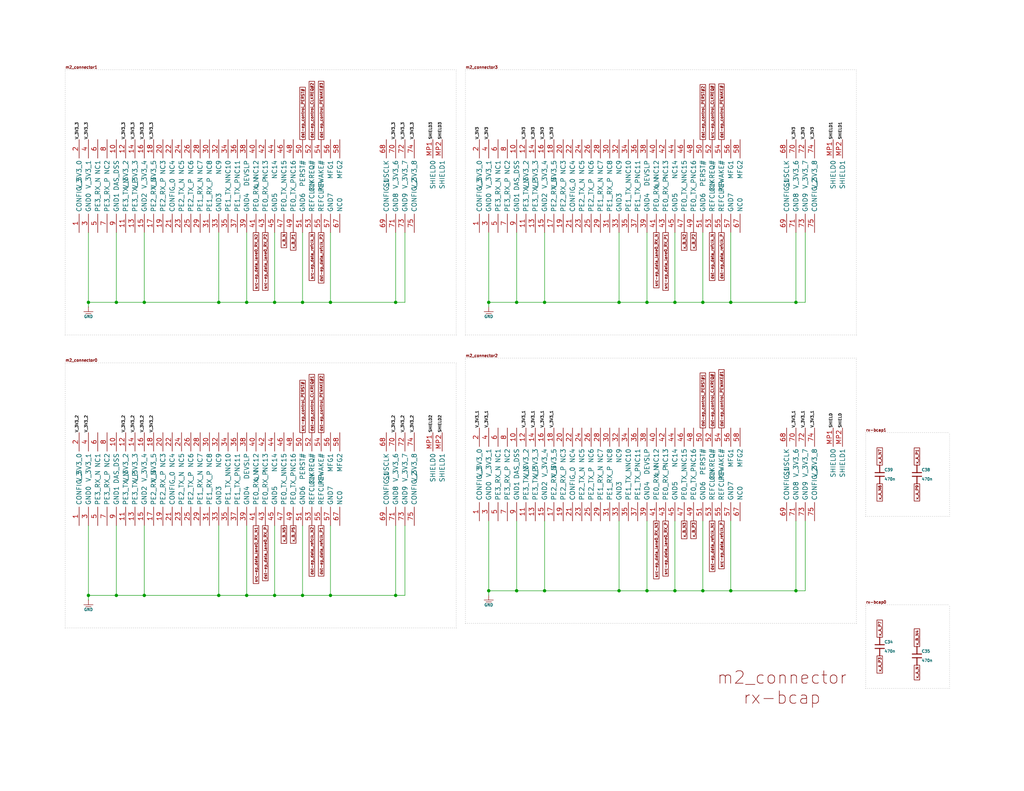
<source format=kicad_sch>
(kicad_sch (version 20230121) (generator jitx)
  (paper "A")
  (lib_symbols
    (symbol "P3V3" (power)
      (property "Reference" "#PWR" (at 35.0 60.0 0.0))
      (property "Value" "P3V3" (at 0.0 1.5875 0.0))
      (symbol "P3V3_1_0"
        (pin power_in line (at 0.0 0.0 90) (length 0.0) (name "P3V3") (number "~"))
      )
    )
    (symbol "VBUS" (power)
      (property "Reference" "#PWR" (at 35.0 60.0 0.0))
      (property "Value" "VBUS" (at 0.0 1.5875 0.0))
      (symbol "VBUS_1_0"
        (pin power_in line (at 0.0 0.0 90) (length 0.0) (name "VBUS") (number "~"))
      )
    )
    (symbol "P1V9" (power)
      (property "Reference" "#PWR" (at 35.0 60.0 0.0))
      (property "Value" "P1V9" (at 0.0 1.5875 0.0))
      (symbol "P1V9_1_0"
        (pin power_in line (at 0.0 0.0 90) (length 0.0) (name "P1V9") (number "~"))
      )
    )
    (symbol "GND" (power)
      (property "Reference" "#PWR" (at 35.0 60.0 0.0))
      (property "Value" "GND" (at 0.0 -2.6035 0.0))
      (symbol "GND_1_0"
        (pin power_in line (at 0.0 0.0 270) (length 0.0) (name "GND") (number "~"))
      )
    )
    (symbol "P1V13" (power)
      (property "Reference" "#PWR" (at 35.0 60.0 0.0))
      (property "Value" "P1V13" (at 0.0 1.5875 0.0))
      (symbol "P1V13_1_0"
        (pin power_in line (at 0.0 0.0 90) (length 0.0) (name "P1V13") (number "~"))
      )
    )
    (symbol "resistor_sym"
      (property "Reference" "U" (at 1.27 1.27 0.0))
      (property "Value" "resistor_sym" (at 1.27 -1.27 0.0))
      (symbol "resistor_sym_1_0"
        (pin unspecified line (at 0.0 2.54 270) (length 0.0) (name "1") (number "~"))
        (pin unspecified line (at 0.0 -2.54 90) (length 0.0) (name "2") (number "~"))
      )
    )
    (symbol "capacitor_sym"
      (property "Reference" "U" (at 1.27 1.27 0.0))
      (property "Value" "capacitor_sym" (at 1.27 -1.27 0.0))
      (symbol "capacitor_sym_1_0"
        (pin unspecified line (at 0.0 2.54 270) (length 0.0) (name "1") (number "~"))
        (pin unspecified line (at 0.0 -2.54 90) (length 0.0) (name "2") (number "~"))
      )
    )
    (symbol "Capacitor"
      (property "Reference" "U" (at 3.2385 0.0 0.0))
      (property "Value" "Capacitor" (at 3.2385 -1.524 0.0))
      (symbol "Capacitor_1_0"
        (pin unspecified line (at 0.0 2.54 270) (length 0.0) (name "1") (number "~"))
        (pin unspecified line (at 0.0 -2.54 90) (length 0.0) (name "2") (number "~"))
      )
    )
    (symbol "resistor_sym_1"
      (property "Reference" "U" (at 1.27 1.27 0.0))
      (property "Value" "resistor_sym_1" (at 1.27 -1.27 0.0))
      (symbol "resistor_sym_1_1_0"
        (pin unspecified line (at 0.0 2.54 270) (length 0.0) (name "1") (number "~"))
        (pin unspecified line (at 0.0 -2.54 90) (length 0.0) (name "2") (number "~"))
      )
    )
    (symbol "Box_Self_self_"
      (property "Reference" "U" (at -3.8735 7.6835 0.0))
      (property "Value" "Box_Self_self_" (at -3.8735 -7.6835 0.0))
      (symbol "Box_Self_self__1_0"
        (pin unspecified line (at -6.35 3.81 0) (length 2.54) (name "IOC1") (number "~"))
        (pin unspecified line (at -6.35 2.54 0) (length 2.54) (name "IOC2") (number "~"))
        (pin unspecified line (at -6.35 1.27 0) (length 2.54) (name "IOC3") (number "~"))
        (pin unspecified line (at -6.35 0.0 0) (length 2.54) (name "IOC4") (number "~"))
        (pin unspecified line (at 6.35 3.81 180) (length 2.54) (name "IOS1") (number "~"))
        (pin unspecified line (at 6.35 2.54 180) (length 2.54) (name "IOS2") (number "~"))
        (pin unspecified line (at 6.35 1.27 180) (length 2.54) (name "IOS3") (number "~"))
        (pin unspecified line (at 6.35 0.0 180) (length 2.54) (name "IOS4") (number "~"))
        (pin unspecified line (at -6.35 -2.54 0) (length 2.54) (name "GND1") (number "~"))
        (pin unspecified line (at -6.35 -3.81 0) (length 2.54) (name "GND2") (number "~"))
      )
    )
    (symbol "capacitor_sym_1"
      (property "Reference" "U" (at 1.27 1.27 0.0))
      (property "Value" "capacitor_sym_1" (at 1.27 -1.27 0.0))
      (symbol "capacitor_sym_1_1_0"
        (pin unspecified line (at 0.0 2.54 270) (length 0.0) (name "1") (number "~"))
        (pin unspecified line (at 0.0 -2.54 90) (length 0.0) (name "2") (number "~"))
      )
    )
    (symbol "Sym_1_2199230_6"
      (symbol "Sym_1_2199230_6_1_0"
        (pin unspecified line (at -12.7 48.26 0) (length 5.08) (name "CONFIG_3") (number "~"))
        (pin unspecified line (at -12.7 45.72 0) (length 5.08) (name "GND0") (number "~"))
        (pin unspecified line (at -12.7 43.18 0) (length 5.08) (name "PE3_RX_N") (number "~"))
        (pin unspecified line (at -12.7 40.64 0) (length 5.08) (name "PE3_RX_P") (number "~"))
        (pin unspecified line (at -12.7 38.1 0) (length 5.08) (name "GND1") (number "~"))
        (pin unspecified line (at -12.7 35.56 0) (length 5.08) (name "PE3_TX_N") (number "~"))
        (pin unspecified line (at -12.7 33.02 0) (length 5.08) (name "PE3_TX_P") (number "~"))
        (pin unspecified line (at -12.7 30.48 0) (length 5.08) (name "GND2") (number "~"))
        (pin unspecified line (at -12.7 27.94 0) (length 5.08) (name "PE2_RX_N") (number "~"))
        (pin unspecified line (at -12.7 25.4 0) (length 5.08) (name "PE2_RX_P") (number "~"))
        (pin unspecified line (at -12.7 22.86 0) (length 5.08) (name "CONFIG_0") (number "~"))
        (pin unspecified line (at -12.7 20.32 0) (length 5.08) (name "PE2_TX_N") (number "~"))
        (pin unspecified line (at -12.7 17.78 0) (length 5.08) (name "PE2_TX_P") (number "~"))
        (pin unspecified line (at -12.7 15.24 0) (length 5.08) (name "PE1_RX_N") (number "~"))
        (pin unspecified line (at -12.7 12.7 0) (length 5.08) (name "PE1_RX_P") (number "~"))
        (pin unspecified line (at -12.7 10.16 0) (length 5.08) (name "GND3") (number "~"))
        (pin unspecified line (at -12.7 7.62 0) (length 5.08) (name "PE1_TX_N") (number "~"))
        (pin unspecified line (at -12.7 5.08 0) (length 5.08) (name "PE1_TX_P") (number "~"))
        (pin unspecified line (at -12.7 2.54 0) (length 5.08) (name "GND4") (number "~"))
        (pin unspecified line (at -12.7 0.0 0) (length 5.08) (name "PE0_RX_N") (number "~"))
        (pin unspecified line (at -12.7 -2.54 0) (length 5.08) (name "PE0_RX_P") (number "~"))
        (pin unspecified line (at -12.7 -5.08 0) (length 5.08) (name "GND5") (number "~"))
        (pin unspecified line (at -12.7 -7.62 0) (length 5.08) (name "PE0_TX_N") (number "~"))
        (pin unspecified line (at -12.7 -10.16 0) (length 5.08) (name "PE0_TX_P") (number "~"))
        (pin unspecified line (at -12.7 -12.7 0) (length 5.08) (name "GND6") (number "~"))
        (pin unspecified line (at -12.7 -15.24 0) (length 5.08) (name "REFCLKN") (number "~"))
        (pin unspecified line (at -12.7 -17.78 0) (length 5.08) (name "REFCLKP") (number "~"))
        (pin unspecified line (at -12.7 -20.32 0) (length 5.08) (name "GND7") (number "~"))
        (pin unspecified line (at -12.7 -22.86 0) (length 5.08) (name "NC0") (number "~"))
        (pin unspecified line (at -12.7 -35.56 0) (length 5.08) (name "CONFIG_1") (number "~"))
        (pin unspecified line (at -12.7 -38.1 0) (length 5.08) (name "GND8") (number "~"))
        (pin unspecified line (at -12.7 -40.64 0) (length 5.08) (name "GND9") (number "~"))
        (pin unspecified line (at -12.7 -43.18 0) (length 5.08) (name "CONFIG_2") (number "~"))
        (pin unspecified line (at 12.7 48.26 180) (length 5.08) (name "V_3V3_0") (number "~"))
        (pin unspecified line (at 12.7 45.72 180) (length 5.08) (name "V_3V3_1") (number "~"))
        (pin unspecified line (at 12.7 43.18 180) (length 5.08) (name "NC1") (number "~"))
        (pin unspecified line (at 12.7 40.64 180) (length 5.08) (name "NC2") (number "~"))
        (pin unspecified line (at 12.7 38.1 180) (length 5.08) (name "DAS_DSS") (number "~"))
        (pin unspecified line (at 12.7 35.56 180) (length 5.08) (name "V_3V3_2") (number "~"))
        (pin unspecified line (at 12.7 33.02 180) (length 5.08) (name "V_3V3_3") (number "~"))
        (pin unspecified line (at 12.7 30.48 180) (length 5.08) (name "V_3V3_4") (number "~"))
        (pin unspecified line (at 12.7 27.94 180) (length 5.08) (name "V_3V3_5") (number "~"))
        (pin unspecified line (at 12.7 25.4 180) (length 5.08) (name "NC3") (number "~"))
        (pin unspecified line (at 12.7 22.86 180) (length 5.08) (name "NC4") (number "~"))
        (pin unspecified line (at 12.7 20.32 180) (length 5.08) (name "NC5") (number "~"))
        (pin unspecified line (at 12.7 17.78 180) (length 5.08) (name "NC6") (number "~"))
        (pin unspecified line (at 12.7 15.24 180) (length 5.08) (name "NC7") (number "~"))
        (pin unspecified line (at 12.7 12.7 180) (length 5.08) (name "NC8") (number "~"))
        (pin unspecified line (at 12.7 10.16 180) (length 5.08) (name "NC9") (number "~"))
        (pin unspecified line (at 12.7 7.62 180) (length 5.08) (name "NC10") (number "~"))
        (pin unspecified line (at 12.7 5.08 180) (length 5.08) (name "NC11") (number "~"))
        (pin unspecified line (at 12.7 2.54 180) (length 5.08) (name "DEVSLP") (number "~"))
        (pin unspecified line (at 12.7 0.0 180) (length 5.08) (name "NC12") (number "~"))
        (pin unspecified line (at 12.7 -2.54 180) (length 5.08) (name "NC13") (number "~"))
        (pin unspecified line (at 12.7 -5.08 180) (length 5.08) (name "NC14") (number "~"))
        (pin unspecified line (at 12.7 -7.62 180) (length 5.08) (name "NC15") (number "~"))
        (pin unspecified line (at 12.7 -10.16 180) (length 5.08) (name "NC16") (number "~"))
        (pin unspecified line (at 12.7 -12.7 180) (length 5.08) (name "PERST#") (number "~"))
        (pin unspecified line (at 12.7 -15.24 180) (length 5.08) (name "CLKREQ#") (number "~"))
        (pin unspecified line (at 12.7 -17.78 180) (length 5.08) (name "PEWAKE#") (number "~"))
        (pin unspecified line (at 12.7 -20.32 180) (length 5.08) (name "MFG1") (number "~"))
        (pin unspecified line (at 12.7 -22.86 180) (length 5.08) (name "MFG2") (number "~"))
        (pin unspecified line (at 12.7 -35.56 180) (length 5.08) (name "SUSCLK") (number "~"))
        (pin unspecified line (at 12.7 -38.1 180) (length 5.08) (name "V_3V3_6") (number "~"))
        (pin unspecified line (at 12.7 -40.64 180) (length 5.08) (name "V_3V3_7") (number "~"))
        (pin unspecified line (at 12.7 -43.18 180) (length 5.08) (name "V_3V3_8") (number "~"))
        (pin unspecified line (at 12.7 -48.26 180) (length 5.08) (name "SHIELD0") (number "~"))
        (pin unspecified line (at 12.7 -50.8 180) (length 5.08) (name "SHIELD1") (number "~"))
      )
    )
    (symbol "Inductor"
      (property "Reference" "U" (at 1.3335 0.0 0.0))
      (property "Value" "Inductor" (at 1.3335 -1.524 0.0))
      (symbol "Inductor_1_0"
        (pin unspecified line (at 0.0 2.54 270) (length 0.0) (name "1") (number "~"))
        (pin unspecified line (at 0.0 -2.54 90) (length 0.0) (name "2") (number "~"))
      )
    )
    (symbol "capacitor_sym_2"
      (property "Reference" "U" (at 1.27 1.27 0.0))
      (property "Value" "capacitor_sym_2" (at 1.27 -1.27 0.0))
      (symbol "capacitor_sym_2_1_0"
        (pin unspecified line (at 0.0 2.54 270) (length 0.0) (name "1") (number "~"))
        (pin unspecified line (at 0.0 -2.54 90) (length 0.0) (name "2") (number "~"))
      )
    )
    (symbol "Box_Self_self__1"
      (property "Reference" "U" (at -2.6035 8.9535 0.0))
      (property "Value" "Box_Self_self__1" (at -2.6035 -7.6835 0.0))
      (symbol "Box_Self_self__1_1_0"
        (pin unspecified line (at -5.08 5.08 0) (length 2.54) (name "VIN") (number "~"))
        (pin unspecified line (at -5.08 3.81 0) (length 2.54) (name "EN") (number "~"))
        (pin unspecified line (at -5.08 2.54 0) (length 2.54) (name "SS") (number "~"))
        (pin unspecified line (at -5.08 1.27 0) (length 2.54) (name "RT") (number "~"))
        (pin unspecified line (at 5.08 5.08 180) (length 2.54) (name "BST") (number "~"))
        (pin unspecified line (at 5.08 -1.27 180) (length 2.54) (name "SW") (number "~"))
        (pin unspecified line (at -5.08 -3.81 0) (length 2.54) (name "GND") (number "~"))
        (pin unspecified line (at 5.08 -3.81 180) (length 2.54) (name "FB") (number "~"))
      )
    )
    (symbol "capacitor_sym_3"
      (property "Reference" "U" (at 1.27 1.27 0.0))
      (property "Value" "capacitor_sym_3" (at 1.27 -1.27 0.0))
      (symbol "capacitor_sym_3_1_0"
        (pin unspecified line (at 0.0 2.54 270) (length 0.0) (name "1") (number "~"))
        (pin unspecified line (at 0.0 -2.54 90) (length 0.0) (name "2") (number "~"))
      )
    )
    (symbol "resistor_sym_2"
      (property "Reference" "U" (at 1.27 1.27 0.0))
      (property "Value" "resistor_sym_2" (at 1.27 -1.27 0.0))
      (symbol "resistor_sym_2_1_0"
        (pin unspecified line (at 0.0 2.54 270) (length 0.0) (name "1") (number "~"))
        (pin unspecified line (at 0.0 -2.54 90) (length 0.0) (name "2") (number "~"))
      )
    )
    (symbol "resistor_sym_3"
      (property "Reference" "U" (at 1.27 1.27 0.0))
      (property "Value" "resistor_sym_3" (at 1.27 -1.27 0.0))
      (symbol "resistor_sym_3_1_0"
        (pin unspecified line (at 0.0 2.54 270) (length 0.0) (name "1") (number "~"))
        (pin unspecified line (at 0.0 -2.54 90) (length 0.0) (name "2") (number "~"))
      )
    )
    (symbol "resistor_sym_4"
      (property "Reference" "U" (at 1.27 1.27 0.0))
      (property "Value" "resistor_sym_4" (at 1.27 -1.27 0.0))
      (symbol "resistor_sym_4_1_0"
        (pin unspecified line (at 0.0 2.54 270) (length 0.0) (name "1") (number "~"))
        (pin unspecified line (at 0.0 -2.54 90) (length 0.0) (name "2") (number "~"))
      )
    )
    (symbol "capacitor_sym_4"
      (property "Reference" "U" (at 1.27 1.27 0.0))
      (property "Value" "capacitor_sym_4" (at 1.27 -1.27 0.0))
      (symbol "capacitor_sym_4_1_0"
        (pin unspecified line (at 0.0 2.54 270) (length 0.0) (name "1") (number "~"))
        (pin unspecified line (at 0.0 -2.54 90) (length 0.0) (name "2") (number "~"))
      )
    )
    (symbol "capacitor_sym_5"
      (property "Reference" "U" (at 1.27 1.27 0.0))
      (property "Value" "capacitor_sym_5" (at 1.27 -1.27 0.0))
      (symbol "capacitor_sym_5_1_0"
        (pin unspecified line (at 0.0 2.54 270) (length 0.0) (name "1") (number "~"))
        (pin unspecified line (at 0.0 -2.54 90) (length 0.0) (name "2") (number "~"))
      )
    )
    (symbol "resistor_sym_5"
      (property "Reference" "U" (at 1.27 1.27 0.0))
      (property "Value" "resistor_sym_5" (at 1.27 -1.27 0.0))
      (symbol "resistor_sym_5_1_0"
        (pin unspecified line (at 0.0 2.54 270) (length 0.0) (name "1") (number "~"))
        (pin unspecified line (at 0.0 -2.54 90) (length 0.0) (name "2") (number "~"))
      )
    )
    (symbol "capacitor_sym_6"
      (property "Reference" "U" (at 1.27 1.27 0.0))
      (property "Value" "capacitor_sym_6" (at 1.27 -1.27 0.0))
      (symbol "capacitor_sym_6_1_0"
        (pin unspecified line (at 0.0 2.54 270) (length 0.0) (name "1") (number "~"))
        (pin unspecified line (at 0.0 -2.54 90) (length 0.0) (name "2") (number "~"))
      )
    )
    (symbol "resistor_sym_6"
      (property "Reference" "U" (at 1.27 1.27 0.0))
      (property "Value" "resistor_sym_6" (at 1.27 -1.27 0.0))
      (symbol "resistor_sym_6_1_0"
        (pin unspecified line (at 0.0 2.54 270) (length 0.0) (name "1") (number "~"))
        (pin unspecified line (at 0.0 -2.54 90) (length 0.0) (name "2") (number "~"))
      )
    )
    (symbol "resistor_sym_7"
      (property "Reference" "U" (at 1.27 1.27 0.0))
      (property "Value" "resistor_sym_7" (at 1.27 -1.27 0.0))
      (symbol "resistor_sym_7_1_0"
        (pin unspecified line (at 0.0 2.54 270) (length 0.0) (name "1") (number "~"))
        (pin unspecified line (at 0.0 -2.54 90) (length 0.0) (name "2") (number "~"))
      )
    )
    (symbol "Box_Self_self__2"
      (property "Reference" "U" (at -3.8735 14.0335 0.0))
      (property "Value" "Box_Self_self__2" (at -3.8735 -14.0335 0.0))
      (symbol "Box_Self_self__2_1_0"
        (pin unspecified line (at 7.62 10.16 180) (length 2.54) (name "VBUS0") (number "~"))
        (pin unspecified line (at 7.62 8.89 180) (length 2.54) (name "VBUS1") (number "~"))
        (pin unspecified line (at -6.35 6.35 0) (length 2.54) (name "D0_P") (number "~"))
        (pin unspecified line (at -6.35 5.08 0) (length 2.54) (name "D0_N") (number "~"))
        (pin unspecified line (at -6.35 2.54 0) (length 2.54) (name "TX1_P") (number "~"))
        (pin unspecified line (at -6.35 1.27 0) (length 2.54) (name "TX1_N") (number "~"))
        (pin unspecified line (at -6.35 -1.27 0) (length 2.54) (name "RX1_P") (number "~"))
        (pin unspecified line (at -6.35 -2.54 0) (length 2.54) (name "RX1_N") (number "~"))
        (pin unspecified line (at -6.35 -5.08 0) (length 2.54) (name "CC1") (number "~"))
        (pin unspecified line (at -6.35 -6.35 0) (length 2.54) (name "SBU1") (number "~"))
        (pin unspecified line (at -6.35 -8.89 0) (length 2.54) (name "GND0") (number "~"))
        (pin unspecified line (at -6.35 -10.16 0) (length 2.54) (name "GND1") (number "~"))
        (pin unspecified line (at 7.62 -10.16 180) (length 2.54) (name "SHIELD") (number "~"))
      )
    )
    (symbol "Box_Self_self__3"
      (property "Reference" "U" (at -3.8735 14.0335 0.0))
      (property "Value" "Box_Self_self__3" (at -3.8735 -14.0335 0.0))
      (symbol "Box_Self_self__3_1_0"
        (pin unspecified line (at 7.62 10.16 180) (length 2.54) (name "VBUS3") (number "~"))
        (pin unspecified line (at 7.62 8.89 180) (length 2.54) (name "VBUS2") (number "~"))
        (pin unspecified line (at -6.35 6.35 0) (length 2.54) (name "D1_P") (number "~"))
        (pin unspecified line (at -6.35 5.08 0) (length 2.54) (name "D1_N") (number "~"))
        (pin unspecified line (at -6.35 2.54 0) (length 2.54) (name "TX2_P") (number "~"))
        (pin unspecified line (at -6.35 1.27 0) (length 2.54) (name "TX2_N") (number "~"))
        (pin unspecified line (at -6.35 -1.27 0) (length 2.54) (name "RX2_P") (number "~"))
        (pin unspecified line (at -6.35 -2.54 0) (length 2.54) (name "RX2_N") (number "~"))
        (pin unspecified line (at -6.35 -5.08 0) (length 2.54) (name "CC2") (number "~"))
        (pin unspecified line (at -6.35 -6.35 0) (length 2.54) (name "SBU2") (number "~"))
        (pin unspecified line (at -6.35 -8.89 0) (length 2.54) (name "GND2") (number "~"))
        (pin unspecified line (at -6.35 -10.16 0) (length 2.54) (name "GND3") (number "~"))
      )
    )
    (symbol "capacitor_sym_7"
      (property "Reference" "U" (at 1.27 1.27 0.0))
      (property "Value" "capacitor_sym_7" (at 1.27 -1.27 0.0))
      (symbol "capacitor_sym_7_1_0"
        (pin unspecified line (at 0.0 2.54 270) (length 0.0) (name "1") (number "~"))
        (pin unspecified line (at 0.0 -2.54 90) (length 0.0) (name "2") (number "~"))
      )
    )
    (symbol "resistor_sym_8"
      (property "Reference" "U" (at 1.27 1.27 0.0))
      (property "Value" "resistor_sym_8" (at 1.27 -1.27 0.0))
      (symbol "resistor_sym_8_1_0"
        (pin unspecified line (at 0.0 2.54 270) (length 0.0) (name "1") (number "~"))
        (pin unspecified line (at 0.0 -2.54 90) (length 0.0) (name "2") (number "~"))
      )
    )
    (symbol "capacitor_sym_8"
      (property "Reference" "U" (at 1.27 1.27 0.0))
      (property "Value" "capacitor_sym_8" (at 1.27 -1.27 0.0))
      (symbol "capacitor_sym_8_1_0"
        (pin unspecified line (at 0.0 2.54 270) (length 0.0) (name "1") (number "~"))
        (pin unspecified line (at 0.0 -2.54 90) (length 0.0) (name "2") (number "~"))
      )
    )
    (symbol "capacitor_sym_9"
      (property "Reference" "U" (at 1.27 1.27 0.0))
      (property "Value" "capacitor_sym_9" (at 1.27 -1.27 0.0))
      (symbol "capacitor_sym_9_1_0"
        (pin unspecified line (at 0.0 2.54 270) (length 0.0) (name "1") (number "~"))
        (pin unspecified line (at 0.0 -2.54 90) (length 0.0) (name "2") (number "~"))
      )
    )
    (symbol "Power_Symbol"
      (property "Value" "Power_Symbol" (at 0.0 1.5875 0.0))
      (symbol "Power_Symbol_1_0"
        (pin unspecified line (at 0.0 0.0 90) (length 0.0) (name "0") (number "~"))
      )
    )
    (symbol "Ground_Symbol"
      (property "Value" "Ground_Symbol" (at 0.0 -2.6035 0.0))
      (symbol "Ground_Symbol_1_0"
        (pin unspecified line (at 0.0 0.0 270) (length 0.0) (name "0") (number "~"))
      )
    )
    (symbol "capacitor_sym_10"
      (property "Reference" "U" (at 1.27 1.27 0.0))
      (property "Value" "capacitor_sym_10" (at 1.27 -1.27 0.0))
      (symbol "capacitor_sym_10_1_0"
        (pin unspecified line (at 0.0 2.54 270) (length 0.0) (name "1") (number "~"))
        (pin unspecified line (at 0.0 -2.54 90) (length 0.0) (name "2") (number "~"))
      )
    )
    (symbol "resistor_sym_9"
      (property "Reference" "U" (at 1.27 1.27 0.0))
      (property "Value" "resistor_sym_9" (at 1.27 -1.27 0.0))
      (symbol "resistor_sym_9_1_0"
        (pin unspecified line (at 0.0 2.54 270) (length 0.0) (name "1") (number "~"))
        (pin unspecified line (at 0.0 -2.54 90) (length 0.0) (name "2") (number "~"))
      )
    )
    (symbol "resistor_sym_10"
      (property "Reference" "U" (at 1.27 1.27 0.0))
      (property "Value" "resistor_sym_10" (at 1.27 -1.27 0.0))
      (symbol "resistor_sym_10_1_0"
        (pin unspecified line (at 0.0 2.54 270) (length 0.0) (name "1") (number "~"))
        (pin unspecified line (at 0.0 -2.54 90) (length 0.0) (name "2") (number "~"))
      )
    )
    (symbol "sym_ABMM2_25_000MHZ_D1_T"
      (property "Reference" "U" (at 0.0 4.54 0.0))
      (property "Value" "sym_ABMM2_25_000MHZ_D1_T" (at 0.0 3.54 0.0))
      (symbol "sym_ABMM2_25_000MHZ_D1_T_1_0"
        (pin unspecified line (at 7.62 -2.54 180) (length 2.54) (name "GND0") (number "~"))
        (pin unspecified line (at -7.62 2.54 0) (length 2.54) (name "GND1") (number "~"))
        (pin unspecified line (at 7.62 2.54 180) (length 2.54) (name "3") (number "~"))
        (pin unspecified line (at -7.62 -2.54 0) (length 2.54) (name "1") (number "~"))
      )
    )
    (symbol "capacitor_sym_11"
      (property "Reference" "U" (at 1.27 1.27 0.0))
      (property "Value" "capacitor_sym_11" (at 1.27 -1.27 0.0))
      (symbol "capacitor_sym_11_1_0"
        (pin unspecified line (at 0.0 2.54 270) (length 0.0) (name "1") (number "~"))
        (pin unspecified line (at 0.0 -2.54 90) (length 0.0) (name "2") (number "~"))
      )
    )
    (symbol "capacitor_sym_12"
      (property "Reference" "U" (at 1.27 1.27 0.0))
      (property "Value" "capacitor_sym_12" (at 1.27 -1.27 0.0))
      (symbol "capacitor_sym_12_1_0"
        (pin unspecified line (at 0.0 2.54 270) (length 0.0) (name "1") (number "~"))
        (pin unspecified line (at 0.0 -2.54 90) (length 0.0) (name "2") (number "~"))
      )
    )
    (symbol "capacitor_sym_13"
      (property "Reference" "U" (at 1.27 1.27 0.0))
      (property "Value" "capacitor_sym_13" (at 1.27 -1.27 0.0))
      (symbol "capacitor_sym_13_1_0"
        (pin unspecified line (at 0.0 2.54 270) (length 0.0) (name "1") (number "~"))
        (pin unspecified line (at 0.0 -2.54 90) (length 0.0) (name "2") (number "~"))
      )
    )
    (symbol "capacitor_sym_14"
      (property "Reference" "U" (at 1.27 1.27 0.0))
      (property "Value" "capacitor_sym_14" (at 1.27 -1.27 0.0))
      (symbol "capacitor_sym_14_1_0"
        (pin unspecified line (at 0.0 2.54 270) (length 0.0) (name "1") (number "~"))
        (pin unspecified line (at 0.0 -2.54 90) (length 0.0) (name "2") (number "~"))
      )
    )
    (symbol "Box_Self_self__4"
      (property "Reference" "U" (at -6.4135 25.4635 0.0))
      (property "Value" "Box_Self_self__4" (at -6.4135 -24.1935 0.0))
      (symbol "Box_Self_self__4_1_0"
        (pin unspecified line (at -8.89 21.59 0) (length 2.54) (name "UDP") (number "~"))
        (pin unspecified line (at -8.89 20.32 0) (length 2.54) (name "UDM") (number "~"))
        (pin unspecified line (at -8.89 19.05 0) (length 2.54) (name "UTXP0") (number "~"))
        (pin unspecified line (at -8.89 17.78 0) (length 2.54) (name "UTXN0") (number "~"))
        (pin unspecified line (at -8.89 16.51 0) (length 2.54) (name "UTXP1") (number "~"))
        (pin unspecified line (at -8.89 15.24 0) (length 2.54) (name "UTXN1") (number "~"))
        (pin unspecified line (at -8.89 13.97 0) (length 2.54) (name "URXP0") (number "~"))
        (pin unspecified line (at -8.89 12.7 0) (length 2.54) (name "URXN0") (number "~"))
        (pin unspecified line (at -8.89 11.43 0) (length 2.54) (name "URXP1") (number "~"))
        (pin unspecified line (at -8.89 10.16 0) (length 2.54) (name "URXN1") (number "~"))
        (pin unspecified line (at -8.89 8.89 0) (length 2.54) (name "VBUS") (number "~"))
        (pin unspecified line (at -8.89 7.62 0) (length 2.54) (name "CC1") (number "~"))
        (pin unspecified line (at -8.89 6.35 0) (length 2.54) (name "CC2") (number "~"))
        (pin unspecified line (at -8.89 5.08 0) (length 2.54) (name "SBU1") (number "~"))
        (pin unspecified line (at -8.89 3.81 0) (length 2.54) (name "SBU2") (number "~"))
        (pin unspecified line (at -8.89 2.54 0) (length 2.54) (name "REFCLKN0") (number "~"))
        (pin unspecified line (at -8.89 1.27 0) (length 2.54) (name "REFCLKP0") (number "~"))
        (pin unspecified line (at -8.89 0.0 0) (length 2.54) (name "PRXN1") (number "~"))
        (pin unspecified line (at -8.89 -1.27 0) (length 2.54) (name "PRXP1") (number "~"))
        (pin unspecified line (at -8.89 -2.54 0) (length 2.54) (name "PRXN0") (number "~"))
        (pin unspecified line (at -8.89 -3.81 0) (length 2.54) (name "PRXP0") (number "~"))
        (pin unspecified line (at -8.89 -5.08 0) (length 2.54) (name "PTXN1") (number "~"))
        (pin unspecified line (at -8.89 -6.35 0) (length 2.54) (name "PTXP1") (number "~"))
        (pin unspecified line (at -8.89 -7.62 0) (length 2.54) (name "PTXN0") (number "~"))
        (pin unspecified line (at -8.89 -8.89 0) (length 2.54) (name "PTXP0") (number "~"))
        (pin unspecified line (at -8.89 -10.16 0) (length 2.54) (name "PRXN3") (number "~"))
        (pin unspecified line (at -8.89 -11.43 0) (length 2.54) (name "PRXP3") (number "~"))
        (pin unspecified line (at -8.89 -12.7 0) (length 2.54) (name "PRXN2") (number "~"))
        (pin unspecified line (at -8.89 -13.97 0) (length 2.54) (name "PRXP2") (number "~"))
        (pin unspecified line (at -8.89 -15.24 0) (length 2.54) (name "PTXN3") (number "~"))
        (pin unspecified line (at -8.89 -16.51 0) (length 2.54) (name "PTXP3") (number "~"))
        (pin unspecified line (at -8.89 -17.78 0) (length 2.54) (name "PTXN2") (number "~"))
        (pin unspecified line (at -8.89 -19.05 0) (length 2.54) (name "PTXP2") (number "~"))
        (pin unspecified line (at -8.89 -20.32 0) (length 2.54) (name "TEST_EN") (number "~"))
        (pin unspecified line (at 8.89 20.32 180) (length 2.54) (name "UART_TX") (number "~"))
        (pin unspecified line (at 8.89 19.05 180) (length 2.54) (name "UART_RX") (number "~"))
        (pin unspecified line (at 8.89 17.78 180) (length 2.54) (name "HDDPC") (number "~"))
        (pin unspecified line (at 8.89 16.51 180) (length 2.54) (name "RST#") (number "~"))
        (pin unspecified line (at 8.89 15.24 180) (length 2.54) (name "I2C_DATA_P") (number "~"))
        (pin unspecified line (at 8.89 13.97 180) (length 2.54) (name "I2C_CLK_P") (number "~"))
        (pin unspecified line (at 8.89 12.7 180) (length 2.54) (name "GPIO0") (number "~"))
        (pin unspecified line (at 8.89 11.43 180) (length 2.54) (name "GPIO1") (number "~"))
        (pin unspecified line (at 8.89 10.16 180) (length 2.54) (name "GPIO2") (number "~"))
        (pin unspecified line (at 8.89 8.89 180) (length 2.54) (name "GPIO3") (number "~"))
        (pin unspecified line (at 8.89 7.62 180) (length 2.54) (name "SPI_CS#") (number "~"))
        (pin unspecified line (at 8.89 6.35 180) (length 2.54) (name "SPI_DO") (number "~"))
        (pin unspecified line (at 8.89 5.08 180) (length 2.54) (name "SPI_CLK") (number "~"))
        (pin unspecified line (at 8.89 3.81 180) (length 2.54) (name "SPI_DI") (number "~"))
        (pin unspecified line (at 8.89 2.54 180) (length 2.54) (name "GPIO8") (number "~"))
        (pin unspecified line (at 8.89 1.27 180) (length 2.54) (name "GPIO14") (number "~"))
        (pin unspecified line (at 8.89 0.0 180) (length 2.54) (name "GPIO15") (number "~"))
        (pin unspecified line (at 8.89 -1.27 180) (length 2.54) (name "GPIO16") (number "~"))
        (pin unspecified line (at 8.89 -2.54 180) (length 2.54) (name "GPIO17") (number "~"))
        (pin unspecified line (at 8.89 -3.81 180) (length 2.54) (name "GPIO18") (number "~"))
        (pin unspecified line (at 8.89 -5.08 180) (length 2.54) (name "GPIO19") (number "~"))
        (pin unspecified line (at 8.89 -6.35 180) (length 2.54) (name "GPIO20") (number "~"))
        (pin unspecified line (at 8.89 -7.62 180) (length 2.54) (name "GPIO21") (number "~"))
        (pin unspecified line (at 8.89 -8.89 180) (length 2.54) (name "GPIO22") (number "~"))
        (pin unspecified line (at 8.89 -10.16 180) (length 2.54) (name "GPIO23") (number "~"))
        (pin unspecified line (at 8.89 -11.43 180) (length 2.54) (name "GPIO24") (number "~"))
        (pin unspecified line (at 8.89 -12.7 180) (length 2.54) (name "GPIO25") (number "~"))
        (pin unspecified line (at 8.89 -13.97 180) (length 2.54) (name "GPIO26") (number "~"))
        (pin unspecified line (at 8.89 -15.24 180) (length 2.54) (name "GPIO27") (number "~"))
        (pin unspecified line (at 8.89 -16.51 180) (length 2.54) (name "UREXT") (number "~"))
        (pin unspecified line (at 8.89 -17.78 180) (length 2.54) (name "XI") (number "~"))
        (pin unspecified line (at 8.89 -19.05 180) (length 2.54) (name "XO") (number "~"))
      )
    )
    (symbol "Box_Self_self__5"
      (property "Reference" "U" (at -2.6035 30.5435 0.0))
      (property "Value" "Box_Self_self__5" (at -2.6035 -29.2735 0.0))
      (symbol "Box_Self_self__5_1_0"
        (pin unspecified line (at -5.08 26.67 0) (length 2.54) (name "NC0") (number "~"))
        (pin unspecified line (at -5.08 25.4 0) (length 2.54) (name "NC1") (number "~"))
        (pin unspecified line (at -5.08 24.13 0) (length 2.54) (name "NC2") (number "~"))
        (pin unspecified line (at -5.08 22.86 0) (length 2.54) (name "NC3") (number "~"))
        (pin unspecified line (at -5.08 21.59 0) (length 2.54) (name "NC4") (number "~"))
        (pin unspecified line (at -5.08 20.32 0) (length 2.54) (name "NC5") (number "~"))
        (pin unspecified line (at -5.08 19.05 0) (length 2.54) (name "NC6") (number "~"))
        (pin unspecified line (at -5.08 17.78 0) (length 2.54) (name "NC7") (number "~"))
        (pin unspecified line (at -5.08 16.51 0) (length 2.54) (name "NC8") (number "~"))
        (pin unspecified line (at -5.08 15.24 0) (length 2.54) (name "NC9") (number "~"))
        (pin unspecified line (at -5.08 13.97 0) (length 2.54) (name "NC10") (number "~"))
        (pin unspecified line (at -5.08 12.7 0) (length 2.54) (name "NC11") (number "~"))
        (pin unspecified line (at -5.08 11.43 0) (length 2.54) (name "NC12") (number "~"))
        (pin unspecified line (at -5.08 10.16 0) (length 2.54) (name "NC13") (number "~"))
        (pin unspecified line (at -5.08 8.89 0) (length 2.54) (name "NC14") (number "~"))
        (pin unspecified line (at -5.08 7.62 0) (length 2.54) (name "NC15") (number "~"))
        (pin unspecified line (at -5.08 6.35 0) (length 2.54) (name "NC16") (number "~"))
        (pin unspecified line (at -5.08 5.08 0) (length 2.54) (name "NC17") (number "~"))
        (pin unspecified line (at -5.08 3.81 0) (length 2.54) (name "NC18") (number "~"))
        (pin unspecified line (at -5.08 2.54 0) (length 2.54) (name "NC19") (number "~"))
        (pin unspecified line (at -5.08 1.27 0) (length 2.54) (name "NC20") (number "~"))
        (pin unspecified line (at -5.08 0.0 0) (length 2.54) (name "NC21") (number "~"))
        (pin unspecified line (at -5.08 -1.27 0) (length 2.54) (name "NC22") (number "~"))
        (pin unspecified line (at -5.08 -2.54 0) (length 2.54) (name "NC23") (number "~"))
        (pin unspecified line (at -5.08 -3.81 0) (length 2.54) (name "NC24") (number "~"))
        (pin unspecified line (at -5.08 -5.08 0) (length 2.54) (name "NC25") (number "~"))
        (pin unspecified line (at -5.08 -6.35 0) (length 2.54) (name "NC26") (number "~"))
        (pin unspecified line (at -5.08 -7.62 0) (length 2.54) (name "NC27") (number "~"))
        (pin unspecified line (at -5.08 -8.89 0) (length 2.54) (name "NC28") (number "~"))
        (pin unspecified line (at -5.08 -10.16 0) (length 2.54) (name "NC29") (number "~"))
        (pin unspecified line (at -5.08 -11.43 0) (length 2.54) (name "NC30") (number "~"))
        (pin unspecified line (at -5.08 -12.7 0) (length 2.54) (name "NC31") (number "~"))
        (pin unspecified line (at -5.08 -13.97 0) (length 2.54) (name "REFCLKN3") (number "~"))
        (pin unspecified line (at -5.08 -15.24 0) (length 2.54) (name "REFCLKP3") (number "~"))
        (pin unspecified line (at -5.08 -16.51 0) (length 2.54) (name "REFCLKN2") (number "~"))
        (pin unspecified line (at -5.08 -17.78 0) (length 2.54) (name "REFCLKP2") (number "~"))
        (pin unspecified line (at -5.08 -19.05 0) (length 2.54) (name "REFCLKN1") (number "~"))
        (pin unspecified line (at -5.08 -20.32 0) (length 2.54) (name "REFCLKP1") (number "~"))
        (pin unspecified line (at -5.08 -21.59 0) (length 2.54) (name "PERST#3") (number "~"))
        (pin unspecified line (at -5.08 -22.86 0) (length 2.54) (name "PERST#2") (number "~"))
        (pin unspecified line (at -5.08 -24.13 0) (length 2.54) (name "PERST#1") (number "~"))
        (pin unspecified line (at -5.08 -25.4 0) (length 2.54) (name "PERST#0") (number "~"))
      )
    )
    (symbol "Box_Self_self__6"
      (property "Reference" "U" (at -5.1435 29.2735 0.0))
      (property "Value" "Box_Self_self__6" (at -5.1435 -28.0035 0.0))
      (symbol "Box_Self_self__6_1_0"
        (pin unspecified line (at -7.62 25.4 0) (length 2.54) (name "VDD0") (number "~"))
        (pin unspecified line (at -7.62 24.13 0) (length 2.54) (name "VDD1") (number "~"))
        (pin unspecified line (at -7.62 22.86 0) (length 2.54) (name "VDD2") (number "~"))
        (pin unspecified line (at -7.62 21.59 0) (length 2.54) (name "VDD3") (number "~"))
        (pin unspecified line (at -7.62 20.32 0) (length 2.54) (name "VDD4") (number "~"))
        (pin unspecified line (at -7.62 19.05 0) (length 2.54) (name "VDD5") (number "~"))
        (pin unspecified line (at -7.62 17.78 0) (length 2.54) (name "VDD6") (number "~"))
        (pin unspecified line (at -7.62 16.51 0) (length 2.54) (name "VDD7") (number "~"))
        (pin unspecified line (at -7.62 15.24 0) (length 2.54) (name "VDD8") (number "~"))
        (pin unspecified line (at -7.62 13.97 0) (length 2.54) (name "VDD9") (number "~"))
        (pin unspecified line (at -7.62 12.7 0) (length 2.54) (name "VDD10") (number "~"))
        (pin unspecified line (at -7.62 11.43 0) (length 2.54) (name "VDD11") (number "~"))
        (pin unspecified line (at -7.62 10.16 0) (length 2.54) (name "VDD12") (number "~"))
        (pin unspecified line (at -7.62 8.89 0) (length 2.54) (name "VDD13") (number "~"))
        (pin unspecified line (at -7.62 7.62 0) (length 2.54) (name "VDD14") (number "~"))
        (pin unspecified line (at -7.62 6.35 0) (length 2.54) (name "VDD15") (number "~"))
        (pin unspecified line (at -7.62 5.08 0) (length 2.54) (name "VDD16") (number "~"))
        (pin unspecified line (at -7.62 3.81 0) (length 2.54) (name "VDD17") (number "~"))
        (pin unspecified line (at -7.62 2.54 0) (length 2.54) (name "VDD18") (number "~"))
        (pin unspecified line (at -7.62 1.27 0) (length 2.54) (name "VDD19") (number "~"))
        (pin unspecified line (at -7.62 0.0 0) (length 2.54) (name "VDD20") (number "~"))
        (pin unspecified line (at -7.62 -1.27 0) (length 2.54) (name "VDD21") (number "~"))
        (pin unspecified line (at -7.62 -2.54 0) (length 2.54) (name "VDD22") (number "~"))
        (pin unspecified line (at -7.62 -3.81 0) (length 2.54) (name "VDD23") (number "~"))
        (pin unspecified line (at -7.62 -5.08 0) (length 2.54) (name "VDD24") (number "~"))
        (pin unspecified line (at -7.62 -6.35 0) (length 2.54) (name "VDD25") (number "~"))
        (pin unspecified line (at -7.62 -7.62 0) (length 2.54) (name "VDD26") (number "~"))
        (pin unspecified line (at -7.62 -8.89 0) (length 2.54) (name "VDD39") (number "~"))
        (pin unspecified line (at -7.62 -10.16 0) (length 2.54) (name "VDD38") (number "~"))
        (pin unspecified line (at -7.62 -11.43 0) (length 2.54) (name "VDD37") (number "~"))
        (pin unspecified line (at -7.62 -12.7 0) (length 2.54) (name "VDD36") (number "~"))
        (pin unspecified line (at -7.62 -13.97 0) (length 2.54) (name "VDD35") (number "~"))
        (pin unspecified line (at -7.62 -15.24 0) (length 2.54) (name "VDD34") (number "~"))
        (pin unspecified line (at -7.62 -16.51 0) (length 2.54) (name "VDD33") (number "~"))
        (pin unspecified line (at -7.62 -17.78 0) (length 2.54) (name "VDD32") (number "~"))
        (pin unspecified line (at -7.62 -19.05 0) (length 2.54) (name "VDD31") (number "~"))
        (pin unspecified line (at -7.62 -20.32 0) (length 2.54) (name "VDD30") (number "~"))
        (pin unspecified line (at -7.62 -21.59 0) (length 2.54) (name "VDD29") (number "~"))
        (pin unspecified line (at -7.62 -22.86 0) (length 2.54) (name "VDD28") (number "~"))
        (pin unspecified line (at -7.62 -24.13 0) (length 2.54) (name "VDD27") (number "~"))
        (pin unspecified line (at 7.62 19.05 180) (length 2.54) (name "GND0") (number "~"))
        (pin unspecified line (at 7.62 17.78 180) (length 2.54) (name "GND1") (number "~"))
        (pin unspecified line (at 7.62 16.51 180) (length 2.54) (name "GND2") (number "~"))
        (pin unspecified line (at 7.62 15.24 180) (length 2.54) (name "GND3") (number "~"))
        (pin unspecified line (at 7.62 13.97 180) (length 2.54) (name "GND4") (number "~"))
        (pin unspecified line (at 7.62 12.7 180) (length 2.54) (name "GND5") (number "~"))
        (pin unspecified line (at 7.62 11.43 180) (length 2.54) (name "GND6") (number "~"))
        (pin unspecified line (at 7.62 10.16 180) (length 2.54) (name "GND7") (number "~"))
        (pin unspecified line (at 7.62 8.89 180) (length 2.54) (name "GND8") (number "~"))
        (pin unspecified line (at 7.62 7.62 180) (length 2.54) (name "GND9") (number "~"))
        (pin unspecified line (at 7.62 6.35 180) (length 2.54) (name "GND10") (number "~"))
        (pin unspecified line (at 7.62 5.08 180) (length 2.54) (name "GND11") (number "~"))
        (pin unspecified line (at 7.62 3.81 180) (length 2.54) (name "GND12") (number "~"))
        (pin unspecified line (at 7.62 2.54 180) (length 2.54) (name "GND13") (number "~"))
        (pin unspecified line (at 7.62 1.27 180) (length 2.54) (name "GND14") (number "~"))
        (pin unspecified line (at 7.62 0.0 180) (length 2.54) (name "GND15") (number "~"))
        (pin unspecified line (at 7.62 -1.27 180) (length 2.54) (name "GND16") (number "~"))
        (pin unspecified line (at 7.62 -2.54 180) (length 2.54) (name "GND17") (number "~"))
        (pin unspecified line (at 7.62 -3.81 180) (length 2.54) (name "GND18") (number "~"))
        (pin unspecified line (at 7.62 -5.08 180) (length 2.54) (name "GND19") (number "~"))
        (pin unspecified line (at 7.62 -6.35 180) (length 2.54) (name "GND20") (number "~"))
        (pin unspecified line (at 7.62 -7.62 180) (length 2.54) (name "GND21") (number "~"))
        (pin unspecified line (at 7.62 -8.89 180) (length 2.54) (name "GND22") (number "~"))
        (pin unspecified line (at 7.62 -10.16 180) (length 2.54) (name "GND23") (number "~"))
        (pin unspecified line (at 7.62 -11.43 180) (length 2.54) (name "GND24") (number "~"))
        (pin unspecified line (at 7.62 -12.7 180) (length 2.54) (name "GND25") (number "~"))
        (pin unspecified line (at 7.62 -13.97 180) (length 2.54) (name "GND26") (number "~"))
        (pin unspecified line (at 7.62 -15.24 180) (length 2.54) (name "GND27") (number "~"))
        (pin unspecified line (at 7.62 -16.51 180) (length 2.54) (name "GND28") (number "~"))
        (pin unspecified line (at 7.62 -17.78 180) (length 2.54) (name "GND29") (number "~"))
      )
    )
    (symbol "Box_Self_self__7"
      (property "Reference" "U" (at -5.1435 45.7835 0.0))
      (property "Value" "Box_Self_self__7" (at -5.1435 -44.5135 0.0))
      (symbol "Box_Self_self__7_1_0"
        (pin unspecified line (at -7.62 17.78 0) (length 2.54) (name "VCCL16") (number "~"))
        (pin unspecified line (at -7.62 16.51 0) (length 2.54) (name "VCCL15") (number "~"))
        (pin unspecified line (at -7.62 15.24 0) (length 2.54) (name "VCCL14") (number "~"))
        (pin unspecified line (at -7.62 13.97 0) (length 2.54) (name "VCCL13") (number "~"))
        (pin unspecified line (at -7.62 12.7 0) (length 2.54) (name "VCCL12") (number "~"))
        (pin unspecified line (at -7.62 11.43 0) (length 2.54) (name "VCCL11") (number "~"))
        (pin unspecified line (at -7.62 10.16 0) (length 2.54) (name "VCCL10") (number "~"))
        (pin unspecified line (at -7.62 8.89 0) (length 2.54) (name "VCCL9") (number "~"))
        (pin unspecified line (at -7.62 7.62 0) (length 2.54) (name "VCCL8") (number "~"))
        (pin unspecified line (at -7.62 6.35 0) (length 2.54) (name "VCCL7") (number "~"))
        (pin unspecified line (at -7.62 5.08 0) (length 2.54) (name "VCCL6") (number "~"))
        (pin unspecified line (at -7.62 3.81 0) (length 2.54) (name "VCCL5") (number "~"))
        (pin unspecified line (at -7.62 2.54 0) (length 2.54) (name "VCCL4") (number "~"))
        (pin unspecified line (at -7.62 1.27 0) (length 2.54) (name "VCCL3") (number "~"))
        (pin unspecified line (at -7.62 0.0 0) (length 2.54) (name "VCCL2") (number "~"))
        (pin unspecified line (at -7.62 -1.27 0) (length 2.54) (name "VCCL1") (number "~"))
        (pin unspecified line (at -7.62 -2.54 0) (length 2.54) (name "VCCL0") (number "~"))
        (pin unspecified line (at -7.62 -3.81 0) (length 2.54) (name "VCCH10") (number "~"))
        (pin unspecified line (at -7.62 -5.08 0) (length 2.54) (name "VCCH9") (number "~"))
        (pin unspecified line (at -7.62 -6.35 0) (length 2.54) (name "VCCH8") (number "~"))
        (pin unspecified line (at -7.62 -7.62 0) (length 2.54) (name "VCCH7") (number "~"))
        (pin unspecified line (at -7.62 -8.89 0) (length 2.54) (name "VCCH6") (number "~"))
        (pin unspecified line (at -7.62 -10.16 0) (length 2.54) (name "VCCH5") (number "~"))
        (pin unspecified line (at -7.62 -11.43 0) (length 2.54) (name "VCCH4") (number "~"))
        (pin unspecified line (at -7.62 -12.7 0) (length 2.54) (name "VCCH3") (number "~"))
        (pin unspecified line (at -7.62 -13.97 0) (length 2.54) (name "VCCH2") (number "~"))
        (pin unspecified line (at -7.62 -15.24 0) (length 2.54) (name "VCCH1") (number "~"))
        (pin unspecified line (at -7.62 -16.51 0) (length 2.54) (name "VCCH0") (number "~"))
        (pin unspecified line (at -7.62 -17.78 0) (length 2.54) (name "VCCA33") (number "~"))
        (pin unspecified line (at 7.62 41.91 180) (length 2.54) (name "GNDA0") (number "~"))
        (pin unspecified line (at 7.62 40.64 180) (length 2.54) (name "GNDA1") (number "~"))
        (pin unspecified line (at 7.62 39.37 180) (length 2.54) (name "GNDA2") (number "~"))
        (pin unspecified line (at 7.62 38.1 180) (length 2.54) (name "GNDA3") (number "~"))
        (pin unspecified line (at 7.62 36.83 180) (length 2.54) (name "GNDA4") (number "~"))
        (pin unspecified line (at 7.62 35.56 180) (length 2.54) (name "GNDA5") (number "~"))
        (pin unspecified line (at 7.62 34.29 180) (length 2.54) (name "GNDA6") (number "~"))
        (pin unspecified line (at 7.62 33.02 180) (length 2.54) (name "GNDA7") (number "~"))
        (pin unspecified line (at 7.62 31.75 180) (length 2.54) (name "GNDA8") (number "~"))
        (pin unspecified line (at 7.62 30.48 180) (length 2.54) (name "GNDA9") (number "~"))
        (pin unspecified line (at 7.62 29.21 180) (length 2.54) (name "GNDA10") (number "~"))
        (pin unspecified line (at 7.62 27.94 180) (length 2.54) (name "GNDA11") (number "~"))
        (pin unspecified line (at 7.62 26.67 180) (length 2.54) (name "GNDA12") (number "~"))
        (pin unspecified line (at 7.62 25.4 180) (length 2.54) (name "GNDA13") (number "~"))
        (pin unspecified line (at 7.62 24.13 180) (length 2.54) (name "GNDA14") (number "~"))
        (pin unspecified line (at 7.62 22.86 180) (length 2.54) (name "GNDA15") (number "~"))
        (pin unspecified line (at 7.62 21.59 180) (length 2.54) (name "GNDA16") (number "~"))
        (pin unspecified line (at 7.62 20.32 180) (length 2.54) (name "GNDA17") (number "~"))
        (pin unspecified line (at 7.62 19.05 180) (length 2.54) (name "GNDA18") (number "~"))
        (pin unspecified line (at 7.62 17.78 180) (length 2.54) (name "GNDA19") (number "~"))
        (pin unspecified line (at 7.62 16.51 180) (length 2.54) (name "GNDA20") (number "~"))
        (pin unspecified line (at 7.62 15.24 180) (length 2.54) (name "GNDA21") (number "~"))
        (pin unspecified line (at 7.62 13.97 180) (length 2.54) (name "GNDA22") (number "~"))
        (pin unspecified line (at 7.62 12.7 180) (length 2.54) (name "GNDA23") (number "~"))
        (pin unspecified line (at 7.62 11.43 180) (length 2.54) (name "GNDA24") (number "~"))
        (pin unspecified line (at 7.62 10.16 180) (length 2.54) (name "GNDA25") (number "~"))
        (pin unspecified line (at 7.62 8.89 180) (length 2.54) (name "GNDA26") (number "~"))
        (pin unspecified line (at 7.62 7.62 180) (length 2.54) (name "GNDA27") (number "~"))
        (pin unspecified line (at 7.62 6.35 180) (length 2.54) (name "GNDA28") (number "~"))
        (pin unspecified line (at 7.62 5.08 180) (length 2.54) (name "GNDA29") (number "~"))
        (pin unspecified line (at 7.62 3.81 180) (length 2.54) (name "GNDA30") (number "~"))
        (pin unspecified line (at 7.62 2.54 180) (length 2.54) (name "GNDA31") (number "~"))
        (pin unspecified line (at 7.62 1.27 180) (length 2.54) (name "GNDA32") (number "~"))
        (pin unspecified line (at 7.62 0.0 180) (length 2.54) (name "GNDA33") (number "~"))
        (pin unspecified line (at 7.62 -1.27 180) (length 2.54) (name "GNDA34") (number "~"))
        (pin unspecified line (at 7.62 -2.54 180) (length 2.54) (name "GNDA35") (number "~"))
        (pin unspecified line (at 7.62 -3.81 180) (length 2.54) (name "GNDA36") (number "~"))
        (pin unspecified line (at 7.62 -5.08 180) (length 2.54) (name "GNDA37") (number "~"))
        (pin unspecified line (at 7.62 -6.35 180) (length 2.54) (name "GNDA38") (number "~"))
        (pin unspecified line (at 7.62 -7.62 180) (length 2.54) (name "GNDA39") (number "~"))
        (pin unspecified line (at 7.62 -8.89 180) (length 2.54) (name "GNDA40") (number "~"))
        (pin unspecified line (at 7.62 -10.16 180) (length 2.54) (name "GNDA41") (number "~"))
        (pin unspecified line (at 7.62 -11.43 180) (length 2.54) (name "GNDA42") (number "~"))
        (pin unspecified line (at 7.62 -12.7 180) (length 2.54) (name "GNDA43") (number "~"))
        (pin unspecified line (at 7.62 -13.97 180) (length 2.54) (name "GNDA44") (number "~"))
        (pin unspecified line (at 7.62 -15.24 180) (length 2.54) (name "GNDA45") (number "~"))
        (pin unspecified line (at 7.62 -16.51 180) (length 2.54) (name "GNDA46") (number "~"))
        (pin unspecified line (at 7.62 -17.78 180) (length 2.54) (name "GNDA47") (number "~"))
        (pin unspecified line (at 7.62 -19.05 180) (length 2.54) (name "GNDA48") (number "~"))
        (pin unspecified line (at 7.62 -20.32 180) (length 2.54) (name "GNDA49") (number "~"))
        (pin unspecified line (at 7.62 -21.59 180) (length 2.54) (name "GNDA50") (number "~"))
        (pin unspecified line (at 7.62 -22.86 180) (length 2.54) (name "GNDA51") (number "~"))
        (pin unspecified line (at 7.62 -24.13 180) (length 2.54) (name "GNDA52") (number "~"))
        (pin unspecified line (at 7.62 -25.4 180) (length 2.54) (name "GNDA53") (number "~"))
        (pin unspecified line (at 7.62 -26.67 180) (length 2.54) (name "GNDA54") (number "~"))
        (pin unspecified line (at 7.62 -27.94 180) (length 2.54) (name "GNDA55") (number "~"))
        (pin unspecified line (at 7.62 -29.21 180) (length 2.54) (name "GNDA56") (number "~"))
        (pin unspecified line (at 7.62 -30.48 180) (length 2.54) (name "GNDA57") (number "~"))
        (pin unspecified line (at 7.62 -31.75 180) (length 2.54) (name "GNDA58") (number "~"))
        (pin unspecified line (at 7.62 -33.02 180) (length 2.54) (name "GNDA59") (number "~"))
        (pin unspecified line (at 7.62 -34.29 180) (length 2.54) (name "GNDA60") (number "~"))
        (pin unspecified line (at 7.62 -35.56 180) (length 2.54) (name "GNDA61") (number "~"))
        (pin unspecified line (at 7.62 -36.83 180) (length 2.54) (name "GNDA62") (number "~"))
        (pin unspecified line (at 7.62 -38.1 180) (length 2.54) (name "GNDA63") (number "~"))
        (pin unspecified line (at 7.62 -39.37 180) (length 2.54) (name "GNDA64") (number "~"))
        (pin unspecified line (at 7.62 -40.64 180) (length 2.54) (name "GNDA65") (number "~"))
      )
    )
    (symbol "resistor_sym_11"
      (property "Reference" "U" (at 1.27 1.27 0.0))
      (property "Value" "resistor_sym_11" (at 1.27 -1.27 0.0))
      (symbol "resistor_sym_11_1_0"
        (pin unspecified line (at 0.0 2.54 270) (length 0.0) (name "1") (number "~"))
        (pin unspecified line (at 0.0 -2.54 90) (length 0.0) (name "2") (number "~"))
      )
    )
    (symbol "sym_W25Q32JVSSIQ"
      (property "Reference" "U" (at 0.0 7.969 0.0))
      (property "Value" "sym_W25Q32JVSSIQ" (at 0.0 6.969 0.0))
      (symbol "sym_W25Q32JVSSIQ_1_0"
        (pin unspecified line (at -15.24 3.81 0) (length 2.54) (name "SPI_CS#") (number "~"))
        (pin unspecified line (at -15.24 1.27 0) (length 2.54) (name "SPI_DO") (number "~"))
        (pin unspecified line (at -15.24 -1.27 0) (length 2.54) (name "SPI_IO2") (number "~"))
        (pin unspecified line (at -15.24 -3.81 0) (length 2.54) (name "GND") (number "~"))
        (pin unspecified line (at 15.24 -3.81 180) (length 2.54) (name "SPI_DI") (number "~"))
        (pin unspecified line (at 15.24 -1.27 180) (length 2.54) (name "SPI_CLK") (number "~"))
        (pin unspecified line (at 15.24 1.27 180) (length 2.54) (name "SPI_IO3") (number "~"))
        (pin unspecified line (at 15.24 3.81 180) (length 2.54) (name "VCC") (number "~"))
      )
    )
    (symbol "capacitor_sym_15"
      (property "Reference" "U" (at 1.27 1.27 0.0))
      (property "Value" "capacitor_sym_15" (at 1.27 -1.27 0.0))
      (symbol "capacitor_sym_15_1_0"
        (pin unspecified line (at 0.0 2.54 270) (length 0.0) (name "1") (number "~"))
        (pin unspecified line (at 0.0 -2.54 90) (length 0.0) (name "2") (number "~"))
      )
    )
    (symbol "capacitor_sym_16"
      (property "Reference" "U" (at 1.27 1.27 0.0))
      (property "Value" "capacitor_sym_16" (at 1.27 -1.27 0.0))
      (symbol "capacitor_sym_16_1_0"
        (pin unspecified line (at 0.0 2.54 270) (length 0.0) (name "1") (number "~"))
        (pin unspecified line (at 0.0 -2.54 90) (length 0.0) (name "2") (number "~"))
      )
    )
    (symbol "capacitor_sym_17"
      (property "Reference" "U" (at 1.27 1.27 0.0))
      (property "Value" "capacitor_sym_17" (at 1.27 -1.27 0.0))
      (symbol "capacitor_sym_17_1_0"
        (pin unspecified line (at 0.0 2.54 270) (length 0.0) (name "1") (number "~"))
        (pin unspecified line (at 0.0 -2.54 90) (length 0.0) (name "2") (number "~"))
      )
    )
    (symbol "sym_ESD132_B1_W0201_E6327"
      (property "Reference" "U" (at 0.0 3.524 0.0))
      (property "Value" "sym_ESD132_B1_W0201_E6327" (at 0.0 2.524 0.0))
      (symbol "sym_ESD132_B1_W0201_E6327_1_0"
        (pin unspecified line (at -5.08 0.0 0) (length 2.54) (name "1") (number "~"))
        (pin unspecified line (at 5.08 0.0 180) (length 2.54) (name "2") (number "~"))
      )
    )
    (symbol "capacitor_sym_18"
      (property "Reference" "U" (at 1.27 1.27 0.0))
      (property "Value" "capacitor_sym_18" (at 1.27 -1.27 0.0))
      (symbol "capacitor_sym_18_1_0"
        (pin unspecified line (at 0.0 2.54 270) (length 0.0) (name "1") (number "~"))
        (pin unspecified line (at 0.0 -2.54 90) (length 0.0) (name "2") (number "~"))
      )
    )
    (symbol "capacitor_sym_19"
      (property "Reference" "U" (at 1.27 1.27 0.0))
      (property "Value" "capacitor_sym_19" (at 1.27 -1.27 0.0))
      (symbol "capacitor_sym_19_1_0"
        (pin unspecified line (at 0.0 2.54 270) (length 0.0) (name "1") (number "~"))
        (pin unspecified line (at 0.0 -2.54 90) (length 0.0) (name "2") (number "~"))
      )
    )
    (symbol "capacitor_sym_20"
      (property "Reference" "U" (at 1.27 1.27 0.0))
      (property "Value" "capacitor_sym_20" (at 1.27 -1.27 0.0))
      (symbol "capacitor_sym_20_1_0"
        (pin unspecified line (at 0.0 2.54 270) (length 0.0) (name "1") (number "~"))
        (pin unspecified line (at 0.0 -2.54 90) (length 0.0) (name "2") (number "~"))
      )
    )
    (symbol "sym_capacitor_sym"
      (property "Reference" "U" (at 1.27 1.27 0.0))
      (property "Value" "sym_capacitor_sym" (at 1.27 -1.27 0.0))
      (symbol "sym_capacitor_sym_1_0"
        (pin unspecified line (at 0.0 2.54 270) (length 0.0) (name "1") (number "~"))
        (pin unspecified line (at 0.0 -2.54 90) (length 0.0) (name "2") (number "~"))
      )
    )
    (symbol "resistor_sym_12"
      (property "Reference" "U" (at 1.27 1.27 0.0))
      (property "Value" "resistor_sym_12" (at 1.27 -1.27 0.0))
      (symbol "resistor_sym_12_1_0"
        (pin unspecified line (at 0.0 2.54 270) (length 0.0) (name "1") (number "~"))
        (pin unspecified line (at 0.0 -2.54 90) (length 0.0) (name "2") (number "~"))
      )
    )
    (symbol "capacitor_sym_21"
      (property "Reference" "U" (at 1.27 1.27 0.0))
      (property "Value" "capacitor_sym_21" (at 1.27 -1.27 0.0))
      (symbol "capacitor_sym_21_1_0"
        (pin unspecified line (at 0.0 2.54 270) (length 0.0) (name "1") (number "~"))
        (pin unspecified line (at 0.0 -2.54 90) (length 0.0) (name "2") (number "~"))
      )
    )
    (symbol "capacitor_sym_22"
      (property "Reference" "U" (at 1.27 1.27 0.0))
      (property "Value" "capacitor_sym_22" (at 1.27 -1.27 0.0))
      (symbol "capacitor_sym_22_1_0"
        (pin unspecified line (at 0.0 2.54 270) (length 0.0) (name "1") (number "~"))
        (pin unspecified line (at 0.0 -2.54 90) (length 0.0) (name "2") (number "~"))
      )
    )
    (symbol "resistor_sym_13"
      (property "Reference" "U" (at 1.27 1.27 0.0))
      (property "Value" "resistor_sym_13" (at 1.27 -1.27 0.0))
      (symbol "resistor_sym_13_1_0"
        (pin unspecified line (at 0.0 2.54 270) (length 0.0) (name "1") (number "~"))
        (pin unspecified line (at 0.0 -2.54 90) (length 0.0) (name "2") (number "~"))
      )
    )
    (symbol "capacitor_sym_23"
      (property "Reference" "U" (at 1.27 1.27 0.0))
      (property "Value" "capacitor_sym_23" (at 1.27 -1.27 0.0))
      (symbol "capacitor_sym_23_1_0"
        (pin unspecified line (at 0.0 2.54 270) (length 0.0) (name "1") (number "~"))
        (pin unspecified line (at 0.0 -2.54 90) (length 0.0) (name "2") (number "~"))
      )
    )
    (symbol "capacitor_sym_24"
      (property "Reference" "U" (at 1.27 1.27 0.0))
      (property "Value" "capacitor_sym_24" (at 1.27 -1.27 0.0))
      (symbol "capacitor_sym_24_1_0"
        (pin unspecified line (at 0.0 2.54 270) (length 0.0) (name "1") (number "~"))
        (pin unspecified line (at 0.0 -2.54 90) (length 0.0) (name "2") (number "~"))
      )
    )
    (symbol "resistor_sym_14"
      (property "Reference" "U" (at 1.27 1.27 0.0))
      (property "Value" "resistor_sym_14" (at 1.27 -1.27 0.0))
      (symbol "resistor_sym_14_1_0"
        (pin unspecified line (at 0.0 2.54 270) (length 0.0) (name "1") (number "~"))
        (pin unspecified line (at 0.0 -2.54 90) (length 0.0) (name "2") (number "~"))
      )
    )
    (symbol "component"
      (symbol "component_1_0"
        (pin unspecified line (at -12.7 48.26 0) (length 5.08) (name "CONFIG_3") (number "1"))
        (pin unspecified line (at -12.7 45.72 0) (length 5.08) (name "GND0") (number "3"))
        (pin unspecified line (at -12.7 43.18 0) (length 5.08) (name "PE3_RX_N") (number "5"))
        (pin unspecified line (at -12.7 40.64 0) (length 5.08) (name "PE3_RX_P") (number "7"))
        (pin unspecified line (at -12.7 38.1 0) (length 5.08) (name "GND1") (number "9"))
        (pin unspecified line (at -12.7 35.56 0) (length 5.08) (name "PE3_TX_N") (number "11"))
        (pin unspecified line (at -12.7 33.02 0) (length 5.08) (name "PE3_TX_P") (number "13"))
        (pin unspecified line (at -12.7 30.48 0) (length 5.08) (name "GND2") (number "15"))
        (pin unspecified line (at -12.7 27.94 0) (length 5.08) (name "PE2_RX_N") (number "17"))
        (pin unspecified line (at -12.7 25.4 0) (length 5.08) (name "PE2_RX_P") (number "19"))
        (pin unspecified line (at -12.7 22.86 0) (length 5.08) (name "CONFIG_0") (number "21"))
        (pin unspecified line (at -12.7 20.32 0) (length 5.08) (name "PE2_TX_N") (number "23"))
        (pin unspecified line (at -12.7 17.78 0) (length 5.08) (name "PE2_TX_P") (number "25"))
        (pin unspecified line (at -12.7 15.24 0) (length 5.08) (name "PE1_RX_N") (number "29"))
        (pin unspecified line (at -12.7 12.7 0) (length 5.08) (name "PE1_RX_P") (number "31"))
        (pin unspecified line (at -12.7 10.16 0) (length 5.08) (name "GND3") (number "33"))
        (pin unspecified line (at -12.7 7.62 0) (length 5.08) (name "PE1_TX_N") (number "35"))
        (pin unspecified line (at -12.7 5.08 0) (length 5.08) (name "PE1_TX_P") (number "37"))
        (pin unspecified line (at -12.7 2.54 0) (length 5.08) (name "GND4") (number "39"))
        (pin unspecified line (at -12.7 0.0 0) (length 5.08) (name "PE0_RX_N") (number "41"))
        (pin unspecified line (at -12.7 -2.54 0) (length 5.08) (name "PE0_RX_P") (number "43"))
        (pin unspecified line (at -12.7 -5.08 0) (length 5.08) (name "GND5") (number "45"))
        (pin unspecified line (at -12.7 -7.62 0) (length 5.08) (name "PE0_TX_N") (number "47"))
        (pin unspecified line (at -12.7 -10.16 0) (length 5.08) (name "PE0_TX_P") (number "49"))
        (pin unspecified line (at -12.7 -12.7 0) (length 5.08) (name "GND6") (number "51"))
        (pin unspecified line (at -12.7 -15.24 0) (length 5.08) (name "REFCLKN") (number "53"))
        (pin unspecified line (at -12.7 -17.78 0) (length 5.08) (name "REFCLKP") (number "55"))
        (pin unspecified line (at -12.7 -20.32 0) (length 5.08) (name "GND7") (number "57"))
        (pin unspecified line (at -12.7 -22.86 0) (length 5.08) (name "NC0") (number "67"))
        (pin unspecified line (at -12.7 -35.56 0) (length 5.08) (name "CONFIG_1") (number "69"))
        (pin unspecified line (at -12.7 -38.1 0) (length 5.08) (name "GND8") (number "71"))
        (pin unspecified line (at -12.7 -40.64 0) (length 5.08) (name "GND9") (number "73"))
        (pin unspecified line (at -12.7 -43.18 0) (length 5.08) (name "CONFIG_2") (number "75"))
        (pin unspecified line (at 12.7 48.26 180) (length 5.08) (name "V_3V3_0") (number "2"))
        (pin unspecified line (at 12.7 45.72 180) (length 5.08) (name "V_3V3_1") (number "4"))
        (pin unspecified line (at 12.7 43.18 180) (length 5.08) (name "NC1") (number "6"))
        (pin unspecified line (at 12.7 40.64 180) (length 5.08) (name "NC2") (number "8"))
        (pin unspecified line (at 12.7 38.1 180) (length 5.08) (name "DAS_DSS") (number "10"))
        (pin unspecified line (at 12.7 35.56 180) (length 5.08) (name "V_3V3_2") (number "12"))
        (pin unspecified line (at 12.7 33.02 180) (length 5.08) (name "V_3V3_3") (number "14"))
        (pin unspecified line (at 12.7 30.48 180) (length 5.08) (name "V_3V3_4") (number "16"))
        (pin unspecified line (at 12.7 27.94 180) (length 5.08) (name "V_3V3_5") (number "18"))
        (pin unspecified line (at 12.7 25.4 180) (length 5.08) (name "NC3") (number "20"))
        (pin unspecified line (at 12.7 22.86 180) (length 5.08) (name "NC4") (number "22"))
        (pin unspecified line (at 12.7 20.32 180) (length 5.08) (name "NC5") (number "24"))
        (pin unspecified line (at 12.7 17.78 180) (length 5.08) (name "NC6") (number "26"))
        (pin unspecified line (at 12.7 15.24 180) (length 5.08) (name "NC7") (number "28"))
        (pin unspecified line (at 12.7 12.7 180) (length 5.08) (name "NC8") (number "30"))
        (pin unspecified line (at 12.7 10.16 180) (length 5.08) (name "NC9") (number "32"))
        (pin unspecified line (at 12.7 7.62 180) (length 5.08) (name "NC10") (number "34"))
        (pin unspecified line (at 12.7 5.08 180) (length 5.08) (name "NC11") (number "36"))
        (pin unspecified line (at 12.7 2.54 180) (length 5.08) (name "DEVSLP") (number "38"))
        (pin unspecified line (at 12.7 0.0 180) (length 5.08) (name "NC12") (number "40"))
        (pin unspecified line (at 12.7 -2.54 180) (length 5.08) (name "NC13") (number "42"))
        (pin unspecified line (at 12.7 -5.08 180) (length 5.08) (name "NC14") (number "44"))
        (pin unspecified line (at 12.7 -7.62 180) (length 5.08) (name "NC15") (number "46"))
        (pin unspecified line (at 12.7 -10.16 180) (length 5.08) (name "NC16") (number "48"))
        (pin unspecified line (at 12.7 -12.7 180) (length 5.08) (name "PERST#") (number "50"))
        (pin unspecified line (at 12.7 -15.24 180) (length 5.08) (name "CLKREQ#") (number "52"))
        (pin unspecified line (at 12.7 -17.78 180) (length 5.08) (name "PEWAKE#") (number "54"))
        (pin unspecified line (at 12.7 -20.32 180) (length 5.08) (name "MFG1") (number "56"))
        (pin unspecified line (at 12.7 -22.86 180) (length 5.08) (name "MFG2") (number "58"))
        (pin unspecified line (at 12.7 -35.56 180) (length 5.08) (name "SUSCLK") (number "68"))
        (pin unspecified line (at 12.7 -38.1 180) (length 5.08) (name "V_3V3_6") (number "70"))
        (pin unspecified line (at 12.7 -40.64 180) (length 5.08) (name "V_3V3_7") (number "72"))
        (pin unspecified line (at 12.7 -43.18 180) (length 5.08) (name "V_3V3_8") (number "74"))
        (pin unspecified line (at 12.7 -48.26 180) (length 5.08) (name "SHIELD0") (number "MP1"))
        (pin unspecified line (at 12.7 -50.8 180) (length 5.08) (name "SHIELD1") (number "MP2"))
      )
    )
    (symbol "my_capacitor"
      (property "Reference" "C" (at 1.27 1.27 0.0))
      (property "Value" "my_capacitor" (at 1.27 -1.27 0.0))
      (symbol "my_capacitor_1_0"
        (pin unspecified line (at 0.0 2.54 270) (length 0.0) (name "1") (number "1"))
        (pin unspecified line (at 0.0 -2.54 90) (length 0.0) (name "2") (number "2"))
      )
    )
    (symbol "my_resistor"
      (property "Reference" "R" (at 1.27 1.27 0.0))
      (property "Value" "my_resistor" (at 1.27 -1.27 0.0))
      (symbol "my_resistor_1_0"
        (pin unspecified line (at 0.0 2.54 270) (length 0.0) (name "1") (number "1"))
        (pin unspecified line (at 0.0 -2.54 90) (length 0.0) (name "2") (number "2"))
      )
    )
    (symbol "my_resistor_1"
      (property "Reference" "R" (at 1.27 1.27 0.0))
      (property "Value" "my_resistor_1" (at 1.27 -1.27 0.0))
      (symbol "my_resistor_1_1_0"
        (pin unspecified line (at 0.0 2.54 270) (length 0.0) (name "1") (number "1"))
        (pin unspecified line (at 0.0 -2.54 90) (length 0.0) (name "2") (number "2"))
      )
    )
    (symbol "my_resistor_2"
      (property "Reference" "R" (at 1.27 1.27 0.0))
      (property "Value" "my_resistor_2" (at 1.27 -1.27 0.0))
      (symbol "my_resistor_2_1_0"
        (pin unspecified line (at 0.0 2.54 270) (length 0.0) (name "1") (number "1"))
        (pin unspecified line (at 0.0 -2.54 90) (length 0.0) (name "2") (number "2"))
      )
    )
    (symbol "component_1"
      (property "Reference" "U" (at -2.6035 8.9535 0.0))
      (property "Value" "component_1" (at -2.6035 -7.6835 0.0))
      (symbol "component_1_1_0"
        (pin unspecified line (at -5.08 5.08 0) (length 2.54) (name "VIN") (number "3"))
        (pin unspecified line (at -5.08 3.81 0) (length 2.54) (name "EN") (number "2"))
        (pin unspecified line (at -5.08 2.54 0) (length 2.54) (name "SS") (number "7"))
        (pin unspecified line (at -5.08 1.27 0) (length 2.54) (name "RT") (number "1"))
        (pin unspecified line (at 5.08 5.08 180) (length 2.54) (name "BST") (number "6"))
        (pin unspecified line (at 5.08 -1.27 180) (length 2.54) (name "SW") (number "5"))
        (pin unspecified line (at -5.08 -3.81 0) (length 2.54) (name "GND") (number "4"))
        (pin unspecified line (at 5.08 -3.81 180) (length 2.54) (name "FB") (number "8"))
      )
    )
    (symbol "my_resistor_3"
      (property "Reference" "R" (at 1.27 1.27 0.0))
      (property "Value" "my_resistor_3" (at 1.27 -1.27 0.0))
      (symbol "my_resistor_3_1_0"
        (pin unspecified line (at 0.0 2.54 270) (length 0.0) (name "1") (number "1"))
        (pin unspecified line (at 0.0 -2.54 90) (length 0.0) (name "2") (number "2"))
      )
    )
    (symbol "my_resistor_4"
      (property "Reference" "R" (at 1.27 1.27 0.0))
      (property "Value" "my_resistor_4" (at 1.27 -1.27 0.0))
      (symbol "my_resistor_4_1_0"
        (pin unspecified line (at 0.0 2.54 270) (length 0.0) (name "1") (number "1"))
        (pin unspecified line (at 0.0 -2.54 90) (length 0.0) (name "2") (number "2"))
      )
    )
    (symbol "my_resistor_5"
      (property "Reference" "R" (at 1.27 1.27 0.0))
      (property "Value" "my_resistor_5" (at 1.27 -1.27 0.0))
      (symbol "my_resistor_5_1_0"
        (pin unspecified line (at 0.0 2.54 270) (length 0.0) (name "1") (number "1"))
        (pin unspecified line (at 0.0 -2.54 90) (length 0.0) (name "2") (number "2"))
      )
    )
    (symbol "C106228"
      (property "Reference" "R" (at 1.27 1.27 0.0))
      (property "Value" "C106228" (at 1.27 -1.27 0.0))
      (symbol "C106228_1_0"
        (pin unspecified line (at 0.0 2.54 270) (length 0.0) (name "1") (number "1"))
        (pin unspecified line (at 0.0 -2.54 90) (length 0.0) (name "2") (number "2"))
      )
    )
    (symbol "my_resistor_6"
      (property "Reference" "R" (at 1.27 1.27 0.0))
      (property "Value" "my_resistor_6" (at 1.27 -1.27 0.0))
      (symbol "my_resistor_6_1_0"
        (pin unspecified line (at 0.0 2.54 270) (length 0.0) (name "1") (number "1"))
        (pin unspecified line (at 0.0 -2.54 90) (length 0.0) (name "2") (number "2"))
      )
    )
    (symbol "component_2"
      (property "Reference" "U" (at -6.4135 25.4635 0.0))
      (property "Value" "component_2" (at -6.4135 -24.1935 0.0))
      (symbol "component_2_1_0"
        (pin unspecified line (at -8.89 21.59 0) (length 2.54) (name "UDP") (number "M1"))
        (pin unspecified line (at -8.89 20.32 0) (length 2.54) (name "UDM") (number "M2"))
        (pin unspecified line (at -8.89 19.05 0) (length 2.54) (name "UTXP0") (number "T1"))
        (pin unspecified line (at -8.89 17.78 0) (length 2.54) (name "UTXN0") (number "T2"))
        (pin unspecified line (at -8.89 16.51 0) (length 2.54) (name "UTXP1") (number "V2"))
        (pin unspecified line (at -8.89 15.24 0) (length 2.54) (name "UTXN1") (number "V1"))
        (pin unspecified line (at -8.89 13.97 0) (length 2.54) (name "URXP0") (number "P1"))
        (pin unspecified line (at -8.89 12.7 0) (length 2.54) (name "URXN0") (number "P2"))
        (pin unspecified line (at -8.89 11.43 0) (length 2.54) (name "URXP1") (number "Y2"))
        (pin unspecified line (at -8.89 10.16 0) (length 2.54) (name "URXN1") (number "Y1"))
        (pin unspecified line (at -8.89 8.89 0) (length 2.54) (name "VBUS") (number "G1"))
        (pin unspecified line (at -8.89 7.62 0) (length 2.54) (name "CC1") (number "AA6"))
        (pin unspecified line (at -8.89 6.35 0) (length 2.54) (name "CC2") (number "Y6"))
        (pin unspecified line (at -8.89 5.08 0) (length 2.54) (name "SBU1") (number "K1"))
        (pin unspecified line (at -8.89 3.81 0) (length 2.54) (name "SBU2") (number "J1"))
        (pin unspecified line (at -8.89 2.54 0) (length 2.54) (name "REFCLKN0") (number "Y8"))
        (pin unspecified line (at -8.89 1.27 0) (length 2.54) (name "REFCLKP0") (number "AA8"))
        (pin unspecified line (at -8.89 0.0 0) (length 2.54) (name "PRXN1") (number "W20"))
        (pin unspecified line (at -8.89 -1.27 0) (length 2.54) (name "PRXP1") (number "W21"))
        (pin unspecified line (at -8.89 -2.54 0) (length 2.54) (name "PRXN0") (number "N20"))
        (pin unspecified line (at -8.89 -3.81 0) (length 2.54) (name "PRXP0") (number "N21"))
        (pin unspecified line (at -8.89 -5.08 0) (length 2.54) (name "PTXN1") (number "U21"))
        (pin unspecified line (at -8.89 -6.35 0) (length 2.54) (name "PTXP1") (number "U20"))
        (pin unspecified line (at -8.89 -7.62 0) (length 2.54) (name "PTXN0") (number "R21"))
        (pin unspecified line (at -8.89 -8.89 0) (length 2.54) (name "PTXP0") (number "R20"))
        (pin unspecified line (at -8.89 -10.16 0) (length 2.54) (name "PRXN3") (number "Y13"))
        (pin unspecified line (at -8.89 -11.43 0) (length 2.54) (name "PRXP3") (number "AA13"))
        (pin unspecified line (at -8.89 -12.7 0) (length 2.54) (name "PRXN2") (number "AA19"))
        (pin unspecified line (at -8.89 -13.97 0) (length 2.54) (name "PRXP2") (number "Y19"))
        (pin unspecified line (at -8.89 -15.24 0) (length 2.54) (name "PTXN3") (number "AA15"))
        (pin unspecified line (at -8.89 -16.51 0) (length 2.54) (name "PTXP3") (number "Y15"))
        (pin unspecified line (at -8.89 -17.78 0) (length 2.54) (name "PTXN2") (number "AA17"))
        (pin unspecified line (at -8.89 -19.05 0) (length 2.54) (name "PTXP2") (number "Y17"))
        (pin unspecified line (at -8.89 -20.32 0) (length 2.54) (name "TEST_EN") (number "H21"))
        (pin unspecified line (at 8.89 20.32 180) (length 2.54) (name "UART_TX") (number "B21"))
        (pin unspecified line (at 8.89 19.05 180) (length 2.54) (name "UART_RX") (number "A21"))
        (pin unspecified line (at 8.89 17.78 180) (length 2.54) (name "HDDPC") (number "C21"))
        (pin unspecified line (at 8.89 16.51 180) (length 2.54) (name "RST#") (number "H1"))
        (pin unspecified line (at 8.89 15.24 180) (length 2.54) (name "I2C_DATA_P") (number "F1"))
        (pin unspecified line (at 8.89 13.97 180) (length 2.54) (name "I2C_CLK_P") (number "E1"))
        (pin unspecified line (at 8.89 12.7 180) (length 2.54) (name "GPIO0") (number "D1"))
        (pin unspecified line (at 8.89 11.43 180) (length 2.54) (name "GPIO1") (number "C1"))
        (pin unspecified line (at 8.89 10.16 180) (length 2.54) (name "GPIO2") (number "B1"))
        (pin unspecified line (at 8.89 8.89 180) (length 2.54) (name "GPIO3") (number "A1"))
        (pin unspecified line (at 8.89 7.62 180) (length 2.54) (name "SPI_CS#") (number "A2"))
        (pin unspecified line (at 8.89 6.35 180) (length 2.54) (name "SPI_DO") (number "A3"))
        (pin unspecified line (at 8.89 5.08 180) (length 2.54) (name "SPI_CLK") (number "A5"))
        (pin unspecified line (at 8.89 3.81 180) (length 2.54) (name "SPI_DI") (number "A4"))
        (pin unspecified line (at 8.89 2.54 180) (length 2.54) (name "GPIO8") (number "A19"))
        (pin unspecified line (at 8.89 1.27 180) (length 2.54) (name "GPIO14") (number "A20"))
        (pin unspecified line (at 8.89 0.0 180) (length 2.54) (name "GPIO15") (number "A6"))
        (pin unspecified line (at 8.89 -1.27 180) (length 2.54) (name "GPIO16") (number "A7"))
        (pin unspecified line (at 8.89 -2.54 180) (length 2.54) (name "GPIO17") (number "A8"))
        (pin unspecified line (at 8.89 -3.81 180) (length 2.54) (name "GPIO18") (number "A9"))
        (pin unspecified line (at 8.89 -5.08 180) (length 2.54) (name "GPIO19") (number "A10"))
        (pin unspecified line (at 8.89 -6.35 180) (length 2.54) (name "GPIO20") (number "A11"))
        (pin unspecified line (at 8.89 -7.62 180) (length 2.54) (name "GPIO21") (number "A12"))
        (pin unspecified line (at 8.89 -8.89 180) (length 2.54) (name "GPIO22") (number "A13"))
        (pin unspecified line (at 8.89 -10.16 180) (length 2.54) (name "GPIO23") (number "A14"))
        (pin unspecified line (at 8.89 -11.43 180) (length 2.54) (name "GPIO24") (number "A15"))
        (pin unspecified line (at 8.89 -12.7 180) (length 2.54) (name "GPIO25") (number "A16"))
        (pin unspecified line (at 8.89 -13.97 180) (length 2.54) (name "GPIO26") (number "A17"))
        (pin unspecified line (at 8.89 -15.24 180) (length 2.54) (name "GPIO27") (number "A18"))
        (pin unspecified line (at 8.89 -16.51 180) (length 2.54) (name "UREXT") (number "AA3"))
        (pin unspecified line (at 8.89 -17.78 180) (length 2.54) (name "XI") (number "AA4"))
        (pin unspecified line (at 8.89 -19.05 180) (length 2.54) (name "XO") (number "Y4"))
      )
      (symbol "component_2_2_0"
        (pin unspecified line (at -5.08 26.67 0) (length 2.54) (name "NC0") (number "J2"))
        (pin unspecified line (at -5.08 25.4 0) (length 2.54) (name "NC1") (number "H2"))
        (pin unspecified line (at -5.08 24.13 0) (length 2.54) (name "NC2") (number "G2"))
        (pin unspecified line (at -5.08 22.86 0) (length 2.54) (name "NC3") (number "F2"))
        (pin unspecified line (at -5.08 21.59 0) (length 2.54) (name "NC4") (number "E2"))
        (pin unspecified line (at -5.08 20.32 0) (length 2.54) (name "NC5") (number "D2"))
        (pin unspecified line (at -5.08 19.05 0) (length 2.54) (name "NC6") (number "C2"))
        (pin unspecified line (at -5.08 17.78 0) (length 2.54) (name "NC7") (number "B2"))
        (pin unspecified line (at -5.08 16.51 0) (length 2.54) (name "NC8") (number "B3"))
        (pin unspecified line (at -5.08 15.24 0) (length 2.54) (name "NC9") (number "B4"))
        (pin unspecified line (at -5.08 13.97 0) (length 2.54) (name "NC10") (number "B5"))
        (pin unspecified line (at -5.08 12.7 0) (length 2.54) (name "NC11") (number "B6"))
        (pin unspecified line (at -5.08 11.43 0) (length 2.54) (name "NC12") (number "B7"))
        (pin unspecified line (at -5.08 10.16 0) (length 2.54) (name "NC13") (number "B8"))
        (pin unspecified line (at -5.08 8.89 0) (length 2.54) (name "NC14") (number "B9"))
        (pin unspecified line (at -5.08 7.62 0) (length 2.54) (name "NC15") (number "B10"))
        (pin unspecified line (at -5.08 6.35 0) (length 2.54) (name "NC16") (number "B11"))
        (pin unspecified line (at -5.08 5.08 0) (length 2.54) (name "NC17") (number "B12"))
        (pin unspecified line (at -5.08 3.81 0) (length 2.54) (name "NC18") (number "B13"))
        (pin unspecified line (at -5.08 2.54 0) (length 2.54) (name "NC19") (number "B14"))
        (pin unspecified line (at -5.08 1.27 0) (length 2.54) (name "NC20") (number "B15"))
        (pin unspecified line (at -5.08 0.0 0) (length 2.54) (name "NC21") (number "B16"))
        (pin unspecified line (at -5.08 -1.27 0) (length 2.54) (name "NC22") (number "B17"))
        (pin unspecified line (at -5.08 -2.54 0) (length 2.54) (name "NC23") (number "B18"))
        (pin unspecified line (at -5.08 -3.81 0) (length 2.54) (name "NC24") (number "B19"))
        (pin unspecified line (at -5.08 -5.08 0) (length 2.54) (name "NC25") (number "B20"))
        (pin unspecified line (at -5.08 -6.35 0) (length 2.54) (name "NC26") (number "C20"))
        (pin unspecified line (at -5.08 -7.62 0) (length 2.54) (name "NC27") (number "D20"))
        (pin unspecified line (at -5.08 -8.89 0) (length 2.54) (name "NC28") (number "E20"))
        (pin unspecified line (at -5.08 -10.16 0) (length 2.54) (name "NC29") (number "F20"))
        (pin unspecified line (at -5.08 -11.43 0) (length 2.54) (name "NC30") (number "G20"))
        (pin unspecified line (at -5.08 -12.7 0) (length 2.54) (name "NC31") (number "H20"))
        (pin unspecified line (at -5.08 -13.97 0) (length 2.54) (name "REFCLKN3") (number "Y7"))
        (pin unspecified line (at -5.08 -15.24 0) (length 2.54) (name "REFCLKP3") (number "AA7"))
        (pin unspecified line (at -5.08 -16.51 0) (length 2.54) (name "REFCLKN2") (number "Y10"))
        (pin unspecified line (at -5.08 -17.78 0) (length 2.54) (name "REFCLKP2") (number "AA10"))
        (pin unspecified line (at -5.08 -19.05 0) (length 2.54) (name "REFCLKN1") (number "Y11"))
        (pin unspecified line (at -5.08 -20.32 0) (length 2.54) (name "REFCLKP1") (number "AA11"))
        (pin unspecified line (at -5.08 -21.59 0) (length 2.54) (name "PERST#3") (number "D21"))
        (pin unspecified line (at -5.08 -22.86 0) (length 2.54) (name "PERST#2") (number "E21"))
        (pin unspecified line (at -5.08 -24.13 0) (length 2.54) (name "PERST#1") (number "F21"))
        (pin unspecified line (at -5.08 -25.4 0) (length 2.54) (name "PERST#0") (number "G21"))
      )
      (symbol "component_2_3_0"
        (pin unspecified line (at -7.62 25.4 0) (length 2.54) (name "VDD0") (number "J21"))
        (pin unspecified line (at -7.62 24.13 0) (length 2.54) (name "VDD1") (number "J20"))
        (pin unspecified line (at -7.62 22.86 0) (length 2.54) (name "VDD2") (number "K21"))
        (pin unspecified line (at -7.62 21.59 0) (length 2.54) (name "VDD3") (number "K20"))
        (pin unspecified line (at -7.62 20.32 0) (length 2.54) (name "VDD4") (number "J18"))
        (pin unspecified line (at -7.62 19.05 0) (length 2.54) (name "VDD5") (number "J17"))
        (pin unspecified line (at -7.62 17.78 0) (length 2.54) (name "VDD6") (number "J16"))
        (pin unspecified line (at -7.62 16.51 0) (length 2.54) (name "VDD7") (number "H16"))
        (pin unspecified line (at -7.62 15.24 0) (length 2.54) (name "VDD8") (number "F16"))
        (pin unspecified line (at -7.62 13.97 0) (length 2.54) (name "VDD9") (number "E16"))
        (pin unspecified line (at -7.62 12.7 0) (length 2.54) (name "VDD10") (number "D16"))
        (pin unspecified line (at -7.62 11.43 0) (length 2.54) (name "VDD11") (number "J14"))
        (pin unspecified line (at -7.62 10.16 0) (length 2.54) (name "VDD12") (number "J13"))
        (pin unspecified line (at -7.62 8.89 0) (length 2.54) (name "VDD13") (number "H14"))
        (pin unspecified line (at -7.62 7.62 0) (length 2.54) (name "VDD14") (number "H13"))
        (pin unspecified line (at -7.62 6.35 0) (length 2.54) (name "VDD15") (number "F14"))
        (pin unspecified line (at -7.62 5.08 0) (length 2.54) (name "VDD16") (number "E14"))
        (pin unspecified line (at -7.62 3.81 0) (length 2.54) (name "VDD17") (number "D14"))
        (pin unspecified line (at -7.62 2.54 0) (length 2.54) (name "VDD18") (number "L11"))
        (pin unspecified line (at -7.62 1.27 0) (length 2.54) (name "VDD19") (number "L14"))
        (pin unspecified line (at -7.62 0.0 0) (length 2.54) (name "VDD20") (number "N14"))
        (pin unspecified line (at -7.62 -1.27 0) (length 2.54) (name "VDD21") (number "P14"))
        (pin unspecified line (at -7.62 -2.54 0) (length 2.54) (name "VDD22") (number "T14"))
        (pin unspecified line (at -7.62 -3.81 0) (length 2.54) (name "VDD23") (number "P13"))
        (pin unspecified line (at -7.62 -5.08 0) (length 2.54) (name "VDD24") (number "T13"))
        (pin unspecified line (at -7.62 -6.35 0) (length 2.54) (name "VDD25") (number "E11"))
        (pin unspecified line (at -7.62 -7.62 0) (length 2.54) (name "VDD26") (number "F11"))
        (pin unspecified line (at -7.62 -8.89 0) (length 2.54) (name "VDD39") (number "H11"))
        (pin unspecified line (at -7.62 -10.16 0) (length 2.54) (name "VDD38") (number "T11"))
        (pin unspecified line (at -7.62 -11.43 0) (length 2.54) (name "VDD37") (number "F9"))
        (pin unspecified line (at -7.62 -12.7 0) (length 2.54) (name "VDD36") (number "H9"))
        (pin unspecified line (at -7.62 -13.97 0) (length 2.54) (name "VDD35") (number "J9"))
        (pin unspecified line (at -7.62 -15.24 0) (length 2.54) (name "VDD34") (number "J8"))
        (pin unspecified line (at -7.62 -16.51 0) (length 2.54) (name "VDD33") (number "L8"))
        (pin unspecified line (at -7.62 -17.78 0) (length 2.54) (name "VDD32") (number "N8"))
        (pin unspecified line (at -7.62 -19.05 0) (length 2.54) (name "VDD31") (number "P8"))
        (pin unspecified line (at -7.62 -20.32 0) (length 2.54) (name "VDD30") (number "T9"))
        (pin unspecified line (at -7.62 -21.59 0) (length 2.54) (name "VDD29") (number "T8"))
        (pin unspecified line (at -7.62 -22.86 0) (length 2.54) (name "VDD28") (number "U9"))
        (pin unspecified line (at -7.62 -24.13 0) (length 2.54) (name "VDD27") (number "U8"))
        (pin unspecified line (at 7.62 19.05 180) (length 2.54) (name "GND0") (number "K2"))
        (pin unspecified line (at 7.62 17.78 180) (length 2.54) (name "GND1") (number "D4"))
        (pin unspecified line (at 7.62 16.51 180) (length 2.54) (name "GND2") (number "E4"))
        (pin unspecified line (at 7.62 15.24 180) (length 2.54) (name "GND3") (number "F4"))
        (pin unspecified line (at 7.62 13.97 180) (length 2.54) (name "GND4") (number "H4"))
        (pin unspecified line (at 7.62 12.7 180) (length 2.54) (name "GND5") (number "J4"))
        (pin unspecified line (at 7.62 11.43 180) (length 2.54) (name "GND6") (number "D5"))
        (pin unspecified line (at 7.62 10.16 180) (length 2.54) (name "GND7") (number "E5"))
        (pin unspecified line (at 7.62 8.89 180) (length 2.54) (name "GND8") (number "F5"))
        (pin unspecified line (at 7.62 7.62 180) (length 2.54) (name "GND9") (number "J5"))
        (pin unspecified line (at 7.62 6.35 180) (length 2.54) (name "GND10") (number "J6"))
        (pin unspecified line (at 7.62 5.08 180) (length 2.54) (name "GND11") (number "F8"))
        (pin unspecified line (at 7.62 3.81 180) (length 2.54) (name "GND12") (number "H8"))
        (pin unspecified line (at 7.62 2.54 180) (length 2.54) (name "GND13") (number "L9"))
        (pin unspecified line (at 7.62 1.27 180) (length 2.54) (name "GND14") (number "N9"))
        (pin unspecified line (at 7.62 0.0 180) (length 2.54) (name "GND15") (number "P9"))
        (pin unspecified line (at 7.62 -1.27 180) (length 2.54) (name "GND16") (number "D11"))
        (pin unspecified line (at 7.62 -2.54 180) (length 2.54) (name "GND17") (number "J11"))
        (pin unspecified line (at 7.62 -3.81 180) (length 2.54) (name "GND18") (number "N11"))
        (pin unspecified line (at 7.62 -5.08 180) (length 2.54) (name "GND19") (number "P11"))
        (pin unspecified line (at 7.62 -6.35 180) (length 2.54) (name "GND20") (number "L13"))
        (pin unspecified line (at 7.62 -7.62 180) (length 2.54) (name "GND21") (number "N13"))
        (pin unspecified line (at 7.62 -8.89 180) (length 2.54) (name "GND22") (number "D17"))
        (pin unspecified line (at 7.62 -10.16 180) (length 2.54) (name "GND23") (number "E17"))
        (pin unspecified line (at 7.62 -11.43 180) (length 2.54) (name "GND24") (number "F17"))
        (pin unspecified line (at 7.62 -12.7 180) (length 2.54) (name "GND25") (number "H17"))
        (pin unspecified line (at 7.62 -13.97 180) (length 2.54) (name "GND26") (number "D18"))
        (pin unspecified line (at 7.62 -15.24 180) (length 2.54) (name "GND27") (number "E18"))
        (pin unspecified line (at 7.62 -16.51 180) (length 2.54) (name "GND28") (number "F18"))
        (pin unspecified line (at 7.62 -17.78 180) (length 2.54) (name "GND29") (number "H18"))
      )
      (symbol "component_2_4_0"
        (pin unspecified line (at -7.62 17.78 0) (length 2.54) (name "VCCL16") (number "L21"))
        (pin unspecified line (at -7.62 16.51 0) (length 2.54) (name "VCCL15") (number "L20"))
        (pin unspecified line (at -7.62 15.24 0) (length 2.54) (name "VCCL14") (number "L18"))
        (pin unspecified line (at -7.62 13.97 0) (length 2.54) (name "VCCL13") (number "L17"))
        (pin unspecified line (at -7.62 12.7 0) (length 2.54) (name "VCCL12") (number "L16"))
        (pin unspecified line (at -7.62 11.43 0) (length 2.54) (name "VCCL11") (number "N16"))
        (pin unspecified line (at -7.62 10.16 0) (length 2.54) (name "VCCL10") (number "P16"))
        (pin unspecified line (at -7.62 8.89 0) (length 2.54) (name "VCCL9") (number "T16"))
        (pin unspecified line (at -7.62 7.62 0) (length 2.54) (name "VCCL8") (number "U16"))
        (pin unspecified line (at -7.62 6.35 0) (length 2.54) (name "VCCL7") (number "U14"))
        (pin unspecified line (at -7.62 5.08 0) (length 2.54) (name "VCCL6") (number "U13"))
        (pin unspecified line (at -7.62 3.81 0) (length 2.54) (name "VCCL5") (number "U11"))
        (pin unspecified line (at -7.62 2.54 0) (length 2.54) (name "VCCL4") (number "U6"))
        (pin unspecified line (at -7.62 1.27 0) (length 2.54) (name "VCCL3") (number "T6"))
        (pin unspecified line (at -7.62 0.0 0) (length 2.54) (name "VCCL2") (number "P6"))
        (pin unspecified line (at -7.62 -1.27 0) (length 2.54) (name "VCCL1") (number "N6"))
        (pin unspecified line (at -7.62 -2.54 0) (length 2.54) (name "VCCL0") (number "L6"))
        (pin unspecified line (at -7.62 -3.81 0) (length 2.54) (name "VCCH10") (number "D13"))
        (pin unspecified line (at -7.62 -5.08 0) (length 2.54) (name "VCCH9") (number "E13"))
        (pin unspecified line (at -7.62 -6.35 0) (length 2.54) (name "VCCH8") (number "F13"))
        (pin unspecified line (at -7.62 -7.62 0) (length 2.54) (name "VCCH7") (number "D9"))
        (pin unspecified line (at -7.62 -8.89 0) (length 2.54) (name "VCCH6") (number "E9"))
        (pin unspecified line (at -7.62 -10.16 0) (length 2.54) (name "VCCH5") (number "D8"))
        (pin unspecified line (at -7.62 -11.43 0) (length 2.54) (name "VCCH4") (number "E8"))
        (pin unspecified line (at -7.62 -12.7 0) (length 2.54) (name "VCCH3") (number "D6"))
        (pin unspecified line (at -7.62 -13.97 0) (length 2.54) (name "VCCH2") (number "E6"))
        (pin unspecified line (at -7.62 -15.24 0) (length 2.54) (name "VCCH1") (number "F6"))
        (pin unspecified line (at -7.62 -16.51 0) (length 2.54) (name "VCCH0") (number "H6"))
        (pin unspecified line (at -7.62 -17.78 0) (length 2.54) (name "VCCA33") (number "H5"))
        (pin unspecified line (at 7.62 41.91 180) (length 2.54) (name "GNDA0") (number "M21"))
        (pin unspecified line (at 7.62 40.64 180) (length 2.54) (name "GNDA1") (number "M20"))
        (pin unspecified line (at 7.62 39.37 180) (length 2.54) (name "GNDA2") (number "P21"))
        (pin unspecified line (at 7.62 38.1 180) (length 2.54) (name "GNDA3") (number "P20"))
        (pin unspecified line (at 7.62 36.83 180) (length 2.54) (name "GNDA4") (number "T21"))
        (pin unspecified line (at 7.62 35.56 180) (length 2.54) (name "GNDA5") (number "T20"))
        (pin unspecified line (at 7.62 34.29 180) (length 2.54) (name "GNDA6") (number "V21"))
        (pin unspecified line (at 7.62 33.02 180) (length 2.54) (name "GNDA7") (number "V20"))
        (pin unspecified line (at 7.62 31.75 180) (length 2.54) (name "GNDA8") (number "Y21"))
        (pin unspecified line (at 7.62 30.48 180) (length 2.54) (name "GNDA9") (number "Y20"))
        (pin unspecified line (at 7.62 29.21 180) (length 2.54) (name "GNDA10") (number "AA21"))
        (pin unspecified line (at 7.62 27.94 180) (length 2.54) (name "GNDA11") (number "AA20"))
        (pin unspecified line (at 7.62 26.67 180) (length 2.54) (name "GNDA12") (number "Y18"))
        (pin unspecified line (at 7.62 25.4 180) (length 2.54) (name "GNDA13") (number "Y16"))
        (pin unspecified line (at 7.62 24.13 180) (length 2.54) (name "GNDA14") (number "Y14"))
        (pin unspecified line (at 7.62 22.86 180) (length 2.54) (name "GNDA15") (number "Y12"))
        (pin unspecified line (at 7.62 21.59 180) (length 2.54) (name "GNDA16") (number "Y9"))
        (pin unspecified line (at 7.62 20.32 180) (length 2.54) (name "GNDA17") (number "Y5"))
        (pin unspecified line (at 7.62 19.05 180) (length 2.54) (name "GNDA18") (number "Y3"))
        (pin unspecified line (at 7.62 17.78 180) (length 2.54) (name "GNDA19") (number "AA18"))
        (pin unspecified line (at 7.62 16.51 180) (length 2.54) (name "GNDA20") (number "AA16"))
        (pin unspecified line (at 7.62 15.24 180) (length 2.54) (name "GNDA21") (number "AA14"))
        (pin unspecified line (at 7.62 13.97 180) (length 2.54) (name "GNDA22") (number "AA12"))
        (pin unspecified line (at 7.62 12.7 180) (length 2.54) (name "GNDA23") (number "AA9"))
        (pin unspecified line (at 7.62 11.43 180) (length 2.54) (name "GNDA24") (number "AA5"))
        (pin unspecified line (at 7.62 10.16 180) (length 2.54) (name "GNDA25") (number "N18"))
        (pin unspecified line (at 7.62 8.89 180) (length 2.54) (name "GNDA26") (number "N17"))
        (pin unspecified line (at 7.62 7.62 180) (length 2.54) (name "GNDA27") (number "P18"))
        (pin unspecified line (at 7.62 6.35 180) (length 2.54) (name "GNDA28") (number "P17"))
        (pin unspecified line (at 7.62 5.08 180) (length 2.54) (name "GNDA29") (number "T18"))
        (pin unspecified line (at 7.62 3.81 180) (length 2.54) (name "GNDA30") (number "T17"))
        (pin unspecified line (at 7.62 2.54 180) (length 2.54) (name "GNDA31") (number "U18"))
        (pin unspecified line (at 7.62 1.27 180) (length 2.54) (name "GNDA32") (number "U17"))
        (pin unspecified line (at 7.62 0.0 180) (length 2.54) (name "GNDA33") (number "V18"))
        (pin unspecified line (at 7.62 -1.27 180) (length 2.54) (name "GNDA34") (number "V17"))
        (pin unspecified line (at 7.62 -2.54 180) (length 2.54) (name "GNDA35") (number "V16"))
        (pin unspecified line (at 7.62 -3.81 180) (length 2.54) (name "GNDA36") (number "V14"))
        (pin unspecified line (at 7.62 -5.08 180) (length 2.54) (name "GNDA37") (number "V13"))
        (pin unspecified line (at 7.62 -6.35 180) (length 2.54) (name "GNDA38") (number "V11"))
        (pin unspecified line (at 7.62 -7.62 180) (length 2.54) (name "GNDA39") (number "V9"))
        (pin unspecified line (at 7.62 -8.89 180) (length 2.54) (name "GNDA40") (number "V8"))
        (pin unspecified line (at 7.62 -10.16 180) (length 2.54) (name "GNDA41") (number "V6"))
        (pin unspecified line (at 7.62 -11.43 180) (length 2.54) (name "GNDA42") (number "L5"))
        (pin unspecified line (at 7.62 -12.7 180) (length 2.54) (name "GNDA43") (number "L4"))
        (pin unspecified line (at 7.62 -13.97 180) (length 2.54) (name "GNDA44") (number "N5"))
        (pin unspecified line (at 7.62 -15.24 180) (length 2.54) (name "GNDA45") (number "N4"))
        (pin unspecified line (at 7.62 -16.51 180) (length 2.54) (name "GNDA46") (number "P5"))
        (pin unspecified line (at 7.62 -17.78 180) (length 2.54) (name "GNDA47") (number "P4"))
        (pin unspecified line (at 7.62 -19.05 180) (length 2.54) (name "GNDA48") (number "T5"))
        (pin unspecified line (at 7.62 -20.32 180) (length 2.54) (name "GNDA49") (number "T4"))
        (pin unspecified line (at 7.62 -21.59 180) (length 2.54) (name "GNDA50") (number "U5"))
        (pin unspecified line (at 7.62 -22.86 180) (length 2.54) (name "GNDA51") (number "U4"))
        (pin unspecified line (at 7.62 -24.13 180) (length 2.54) (name "GNDA52") (number "V5"))
        (pin unspecified line (at 7.62 -25.4 180) (length 2.54) (name "GNDA53") (number "V4"))
        (pin unspecified line (at 7.62 -26.67 180) (length 2.54) (name "GNDA54") (number "AA1"))
        (pin unspecified line (at 7.62 -27.94 180) (length 2.54) (name "GNDA55") (number "AA2"))
        (pin unspecified line (at 7.62 -29.21 180) (length 2.54) (name "GNDA56") (number "W1"))
        (pin unspecified line (at 7.62 -30.48 180) (length 2.54) (name "GNDA57") (number "W2"))
        (pin unspecified line (at 7.62 -31.75 180) (length 2.54) (name "GNDA58") (number "U1"))
        (pin unspecified line (at 7.62 -33.02 180) (length 2.54) (name "GNDA59") (number "U2"))
        (pin unspecified line (at 7.62 -34.29 180) (length 2.54) (name "GNDA60") (number "R1"))
        (pin unspecified line (at 7.62 -35.56 180) (length 2.54) (name "GNDA61") (number "R2"))
        (pin unspecified line (at 7.62 -36.83 180) (length 2.54) (name "GNDA62") (number "N1"))
        (pin unspecified line (at 7.62 -38.1 180) (length 2.54) (name "GNDA63") (number "N2"))
        (pin unspecified line (at 7.62 -39.37 180) (length 2.54) (name "GNDA64") (number "L1"))
        (pin unspecified line (at 7.62 -40.64 180) (length 2.54) (name "GNDA65") (number "L2"))
      )
    )
    (symbol "my_resistor_7"
      (property "Reference" "R" (at 1.27 1.27 0.0))
      (property "Value" "my_resistor_7" (at 1.27 -1.27 0.0))
      (symbol "my_resistor_7_1_0"
        (pin unspecified line (at 0.0 2.54 270) (length 0.0) (name "1") (number "1"))
        (pin unspecified line (at 0.0 -2.54 90) (length 0.0) (name "2") (number "2"))
      )
    )
    (symbol "C85926"
      (property "Reference" "C" (at 1.27 1.27 0.0))
      (property "Value" "C85926" (at 1.27 -1.27 0.0))
      (symbol "C85926_1_0"
        (pin unspecified line (at 0.0 2.54 270) (length 0.0) (name "1") (number "1"))
        (pin unspecified line (at 0.0 -2.54 90) (length 0.0) (name "2") (number "2"))
      )
    )
    (symbol "my_capacitor_1"
      (property "Reference" "C" (at 1.27 1.27 0.0))
      (property "Value" "my_capacitor_1" (at 1.27 -1.27 0.0))
      (symbol "my_capacitor_1_1_0"
        (pin unspecified line (at 0.0 2.54 270) (length 0.0) (name "1") (number "1"))
        (pin unspecified line (at 0.0 -2.54 90) (length 0.0) (name "2") (number "2"))
      )
    )
    (symbol "C76931"
      (property "Reference" "C" (at 1.27 1.27 0.0))
      (property "Value" "C76931" (at 1.27 -1.27 0.0))
      (symbol "C76931_1_0"
        (pin unspecified line (at 0.0 2.54 270) (length 0.0) (name "1") (number "1"))
        (pin unspecified line (at 0.0 -2.54 90) (length 0.0) (name "2") (number "2"))
      )
    )
    (symbol "my_capacitor_2"
      (property "Reference" "C" (at 1.27 1.27 0.0))
      (property "Value" "my_capacitor_2" (at 1.27 -1.27 0.0))
      (symbol "my_capacitor_2_1_0"
        (pin unspecified line (at 0.0 2.54 270) (length 0.0) (name "1") (number "1"))
        (pin unspecified line (at 0.0 -2.54 90) (length 0.0) (name "2") (number "2"))
      )
    )
    (symbol "C338130"
      (property "Reference" "C" (at 1.27 1.27 0.0))
      (property "Value" "C338130" (at 1.27 -1.27 0.0))
      (symbol "C338130_1_0"
        (pin unspecified line (at 0.0 2.54 270) (length 0.0) (name "1") (number "1"))
        (pin unspecified line (at 0.0 -2.54 90) (length 0.0) (name "2") (number "2"))
      )
    )
    (symbol "my_capacitor_3"
      (property "Reference" "C" (at 1.27 1.27 0.0))
      (property "Value" "my_capacitor_3" (at 1.27 -1.27 0.0))
      (symbol "my_capacitor_3_1_0"
        (pin unspecified line (at 0.0 2.54 270) (length 0.0) (name "1") (number "1"))
        (pin unspecified line (at 0.0 -2.54 90) (length 0.0) (name "2") (number "2"))
      )
    )
    (symbol "C1985419"
      (property "Reference" "X" (at 0.0 4.54 0.0))
      (property "Value" "C1985419" (at 0.0 3.54 0.0))
      (symbol "C1985419_1_0"
        (pin unspecified line (at 7.62 -2.54 180) (length 2.54) (name "GND0") (number "2"))
        (pin unspecified line (at -7.62 2.54 0) (length 2.54) (name "GND1") (number "4"))
        (pin unspecified line (at 7.62 2.54 180) (length 2.54) (name "3") (number "3"))
        (pin unspecified line (at -7.62 -2.54 0) (length 2.54) (name "1") (number "1"))
      )
    )
    (symbol "C408132"
      (property "Reference" "C" (at 1.27 1.27 0.0))
      (property "Value" "C408132" (at 1.27 -1.27 0.0))
      (symbol "C408132_1_0"
        (pin unspecified line (at 0.0 2.54 270) (length 0.0) (name "1") (number "1"))
        (pin unspecified line (at 0.0 -2.54 90) (length 0.0) (name "2") (number "2"))
      )
    )
    (symbol "component_3"
      (property "Reference" "L" (at 1.3335 0.0 0.0))
      (property "Value" "component_3" (at 1.3335 -1.524 0.0))
      (symbol "component_3_1_0"
        (pin unspecified line (at 0.0 2.54 270) (length 0.0) (name "1") (number "1"))
        (pin unspecified line (at 0.0 -2.54 90) (length 0.0) (name "2") (number "2"))
      )
    )
    (symbol "my_capacitor_4"
      (property "Reference" "C" (at 1.27 1.27 0.0))
      (property "Value" "my_capacitor_4" (at 1.27 -1.27 0.0))
      (symbol "my_capacitor_4_1_0"
        (pin unspecified line (at 0.0 2.54 270) (length 0.0) (name "1") (number "1"))
        (pin unspecified line (at 0.0 -2.54 90) (length 0.0) (name "2") (number "2"))
      )
    )
    (symbol "my_capacitor_5"
      (property "Reference" "C" (at 1.27 1.27 0.0))
      (property "Value" "my_capacitor_5" (at 1.27 -1.27 0.0))
      (symbol "my_capacitor_5_1_0"
        (pin unspecified line (at 0.0 2.54 270) (length 0.0) (name "1") (number "1"))
        (pin unspecified line (at 0.0 -2.54 90) (length 0.0) (name "2") (number "2"))
      )
    )
    (symbol "C19702"
      (property "Reference" "C" (at 1.27 1.27 0.0))
      (property "Value" "C19702" (at 1.27 -1.27 0.0))
      (symbol "C19702_1_0"
        (pin unspecified line (at 0.0 2.54 270) (length 0.0) (name "1") (number "1"))
        (pin unspecified line (at 0.0 -2.54 90) (length 0.0) (name "2") (number "2"))
      )
    )
    (symbol "C281757"
      (property "Reference" "C" (at 1.27 1.27 0.0))
      (property "Value" "C281757" (at 1.27 -1.27 0.0))
      (symbol "C281757_1_0"
        (pin unspecified line (at 0.0 2.54 270) (length 0.0) (name "1") (number "1"))
        (pin unspecified line (at 0.0 -2.54 90) (length 0.0) (name "2") (number "2"))
      )
    )
    (symbol "my_resistor_8"
      (property "Reference" "R" (at 1.27 1.27 0.0))
      (property "Value" "my_resistor_8" (at 1.27 -1.27 0.0))
      (symbol "my_resistor_8_1_0"
        (pin unspecified line (at 0.0 2.54 270) (length 0.0) (name "1") (number "1"))
        (pin unspecified line (at 0.0 -2.54 90) (length 0.0) (name "2") (number "2"))
      )
    )
    (symbol "C387941"
      (property "Reference" "C" (at 1.27 1.27 0.0))
      (property "Value" "C387941" (at 1.27 -1.27 0.0))
      (symbol "C387941_1_0"
        (pin unspecified line (at 0.0 2.54 270) (length 0.0) (name "1") (number "1"))
        (pin unspecified line (at 0.0 -2.54 90) (length 0.0) (name "2") (number "2"))
      )
    )
    (symbol "my_resistor_9"
      (property "Reference" "R" (at 1.27 1.27 0.0))
      (property "Value" "my_resistor_9" (at 1.27 -1.27 0.0))
      (symbol "my_resistor_9_1_0"
        (pin unspecified line (at 0.0 2.54 270) (length 0.0) (name "1") (number "1"))
        (pin unspecified line (at 0.0 -2.54 90) (length 0.0) (name "2") (number "2"))
      )
    )
    (symbol "my_resistor_10"
      (property "Reference" "R" (at 1.27 1.27 0.0))
      (property "Value" "my_resistor_10" (at 1.27 -1.27 0.0))
      (symbol "my_resistor_10_1_0"
        (pin unspecified line (at 0.0 2.54 270) (length 0.0) (name "1") (number "1"))
        (pin unspecified line (at 0.0 -2.54 90) (length 0.0) (name "2") (number "2"))
      )
    )
    (symbol "C168199"
      (property "Reference" "R" (at 1.27 1.27 0.0))
      (property "Value" "C168199" (at 1.27 -1.27 0.0))
      (symbol "C168199_1_0"
        (pin unspecified line (at 0.0 2.54 270) (length 0.0) (name "1") (number "1"))
        (pin unspecified line (at 0.0 -2.54 90) (length 0.0) (name "2") (number "2"))
      )
    )
    (symbol "C1518208"
      (property "Reference" "C" (at 1.27 1.27 0.0))
      (property "Value" "C1518208" (at 1.27 -1.27 0.0))
      (symbol "C1518208_1_0"
        (pin unspecified line (at 0.0 2.54 270) (length 0.0) (name "1") (number "1"))
        (pin unspecified line (at 0.0 -2.54 90) (length 0.0) (name "2") (number "2"))
      )
    )
    (symbol "C82344"
      (property "Reference" "U" (at 0.0 7.969 0.0))
      (property "Value" "C82344" (at 0.0 6.969 0.0))
      (symbol "C82344_1_0"
        (pin unspecified line (at -15.24 3.81 0) (length 2.54) (name "SPI_CS#") (number "1"))
        (pin unspecified line (at -15.24 1.27 0) (length 2.54) (name "SPI_DO") (number "2"))
        (pin unspecified line (at -15.24 -1.27 0) (length 2.54) (name "SPI_IO2") (number "3"))
        (pin unspecified line (at -15.24 -3.81 0) (length 2.54) (name "GND") (number "4"))
        (pin unspecified line (at 15.24 -3.81 180) (length 2.54) (name "SPI_DI") (number "5"))
        (pin unspecified line (at 15.24 -1.27 180) (length 2.54) (name "SPI_CLK") (number "6"))
        (pin unspecified line (at 15.24 1.27 180) (length 2.54) (name "SPI_IO3") (number "7"))
        (pin unspecified line (at 15.24 3.81 180) (length 2.54) (name "VCC") (number "8"))
      )
    )
    (symbol "device"
      (property "Reference" "U" (at -3.8735 7.6835 0.0))
      (property "Value" "device" (at -3.8735 -7.6835 0.0))
      (symbol "device_1_0"
        (pin unspecified line (at -6.35 3.81 0) (length 2.54) (name "IOC1") (number "1"))
        (pin unspecified line (at -6.35 2.54 0) (length 2.54) (name "IOC2") (number "2"))
        (pin unspecified line (at -6.35 1.27 0) (length 2.54) (name "IOC3") (number "4"))
        (pin unspecified line (at -6.35 0.0 0) (length 2.54) (name "IOC4") (number "5"))
        (pin unspecified line (at 6.35 3.81 180) (length 2.54) (name "IOS1") (number "10"))
        (pin unspecified line (at 6.35 2.54 180) (length 2.54) (name "IOS2") (number "9"))
        (pin unspecified line (at 6.35 1.27 180) (length 2.54) (name "IOS3") (number "7"))
        (pin unspecified line (at 6.35 0.0 180) (length 2.54) (name "IOS4") (number "6"))
        (pin unspecified line (at -6.35 -2.54 0) (length 2.54) (name "GND1") (number "3"))
        (pin unspecified line (at -6.35 -3.81 0) (length 2.54) (name "GND2") (number "8"))
      )
    )
    (symbol "conn_component"
      (property "Reference" "J" (at -3.8735 14.0335 0.0))
      (property "Value" "conn_component" (at -3.8735 -14.0335 0.0))
      (symbol "conn_component_1_0"
        (pin unspecified line (at 7.62 10.16 180) (length 2.54) (name "VBUS0") (number "A4"))
        (pin unspecified line (at 7.62 8.89 180) (length 2.54) (name "VBUS1") (number "A9"))
        (pin unspecified line (at -6.35 6.35 0) (length 2.54) (name "D0_P") (number "A6"))
        (pin unspecified line (at -6.35 5.08 0) (length 2.54) (name "D0_N") (number "A7"))
        (pin unspecified line (at -6.35 2.54 0) (length 2.54) (name "TX1_P") (number "A2"))
        (pin unspecified line (at -6.35 1.27 0) (length 2.54) (name "TX1_N") (number "A3"))
        (pin unspecified line (at -6.35 -1.27 0) (length 2.54) (name "RX1_P") (number "B11"))
        (pin unspecified line (at -6.35 -2.54 0) (length 2.54) (name "RX1_N") (number "B10"))
        (pin unspecified line (at -6.35 -5.08 0) (length 2.54) (name "CC1") (number "A5"))
        (pin unspecified line (at -6.35 -6.35 0) (length 2.54) (name "SBU1") (number "A8"))
        (pin unspecified line (at -6.35 -8.89 0) (length 2.54) (name "GND0") (number "A1"))
        (pin unspecified line (at -6.35 -10.16 0) (length 2.54) (name "GND1") (number "A12"))
        (pin unspecified line (at 7.62 -10.16 180) (length 2.54) (name "SHIELD") (number "M4"))
        (pin unspecified line (at 7.62 -10.16 180) (length 0.0) (name "SHIELD") (number "M3"))
        (pin unspecified line (at 7.62 -10.16 180) (length 0.0) (name "SHIELD") (number "M2"))
        (pin unspecified line (at 7.62 -10.16 180) (length 0.0) (name "SHIELD") (number "M1"))
      )
      (symbol "conn_component_2_0"
        (pin unspecified line (at 7.62 10.16 180) (length 2.54) (name "VBUS3") (number "B4"))
        (pin unspecified line (at 7.62 8.89 180) (length 2.54) (name "VBUS2") (number "B9"))
        (pin unspecified line (at -6.35 6.35 0) (length 2.54) (name "D1_P") (number "B6"))
        (pin unspecified line (at -6.35 5.08 0) (length 2.54) (name "D1_N") (number "B7"))
        (pin unspecified line (at -6.35 2.54 0) (length 2.54) (name "TX2_P") (number "B2"))
        (pin unspecified line (at -6.35 1.27 0) (length 2.54) (name "TX2_N") (number "B3"))
        (pin unspecified line (at -6.35 -1.27 0) (length 2.54) (name "RX2_P") (number "A11"))
        (pin unspecified line (at -6.35 -2.54 0) (length 2.54) (name "RX2_N") (number "A10"))
        (pin unspecified line (at -6.35 -5.08 0) (length 2.54) (name "CC2") (number "B5"))
        (pin unspecified line (at -6.35 -6.35 0) (length 2.54) (name "SBU2") (number "B8"))
        (pin unspecified line (at -6.35 -8.89 0) (length 2.54) (name "GND2") (number "B12"))
        (pin unspecified line (at -6.35 -10.16 0) (length 2.54) (name "GND3") (number "B1"))
      )
    )
    (symbol "C51412"
      (property "Reference" "C" (at 1.27 1.27 0.0))
      (property "Value" "C51412" (at 1.27 -1.27 0.0))
      (symbol "C51412_1_0"
        (pin unspecified line (at 0.0 2.54 270) (length 0.0) (name "1") (number "1"))
        (pin unspecified line (at 0.0 -2.54 90) (length 0.0) (name "2") (number "2"))
      )
    )
    (symbol "C309480"
      (property "Reference" "C" (at 1.27 1.27 0.0))
      (property "Value" "C309480" (at 1.27 -1.27 0.0))
      (symbol "C309480_1_0"
        (pin unspecified line (at 0.0 2.54 270) (length 0.0) (name "1") (number "1"))
        (pin unspecified line (at 0.0 -2.54 90) (length 0.0) (name "2") (number "2"))
      )
    )
    (symbol "C19702_1"
      (property "Reference" "C" (at 1.27 1.27 0.0))
      (property "Value" "C19702_1" (at 1.27 -1.27 0.0))
      (symbol "C19702_1_1_0"
        (pin unspecified line (at 0.0 2.54 270) (length 0.0) (name "1") (number "1"))
        (pin unspecified line (at 0.0 -2.54 90) (length 0.0) (name "2") (number "2"))
      )
    )
    (symbol "C19702_2"
      (property "Reference" "C" (at 1.27 1.27 0.0))
      (property "Value" "C19702_2" (at 1.27 -1.27 0.0))
      (symbol "C19702_2_1_0"
        (pin unspecified line (at 0.0 2.54 270) (length 0.0) (name "1") (number "1"))
        (pin unspecified line (at 0.0 -2.54 90) (length 0.0) (name "2") (number "2"))
      )
    )
    (symbol "C281757_1"
      (property "Reference" "C" (at 1.27 1.27 0.0))
      (property "Value" "C281757_1" (at 1.27 -1.27 0.0))
      (symbol "C281757_1_1_0"
        (pin unspecified line (at 0.0 2.54 270) (length 0.0) (name "1") (number "1"))
        (pin unspecified line (at 0.0 -2.54 90) (length 0.0) (name "2") (number "2"))
      )
    )
    (symbol "C281757_2"
      (property "Reference" "C" (at 1.27 1.27 0.0))
      (property "Value" "C281757_2" (at 1.27 -1.27 0.0))
      (symbol "C281757_2_1_0"
        (pin unspecified line (at 0.0 2.54 270) (length 0.0) (name "1") (number "1"))
        (pin unspecified line (at 0.0 -2.54 90) (length 0.0) (name "2") (number "2"))
      )
    )
    (symbol "C387941_1"
      (property "Reference" "C" (at 1.27 1.27 0.0))
      (property "Value" "C387941_1" (at 1.27 -1.27 0.0))
      (symbol "C387941_1_1_0"
        (pin unspecified line (at 0.0 2.54 270) (length 0.0) (name "1") (number "1"))
        (pin unspecified line (at 0.0 -2.54 90) (length 0.0) (name "2") (number "2"))
      )
    )
    (symbol "C76933"
      (property "Reference" "C" (at 1.27 1.27 0.0))
      (property "Value" "C76933" (at 1.27 -1.27 0.0))
      (symbol "C76933_1_0"
        (pin unspecified line (at 0.0 2.54 270) (length 0.0) (name "1") (number "1"))
        (pin unspecified line (at 0.0 -2.54 90) (length 0.0) (name "2") (number "2"))
      )
    )
    (symbol "C387941_2"
      (property "Reference" "C" (at 1.27 1.27 0.0))
      (property "Value" "C387941_2" (at 1.27 -1.27 0.0))
      (symbol "C387941_2_1_0"
        (pin unspecified line (at 0.0 2.54 270) (length 0.0) (name "1") (number "1"))
        (pin unspecified line (at 0.0 -2.54 90) (length 0.0) (name "2") (number "2"))
      )
    )
    (symbol "my_resistor_11"
      (property "Reference" "R" (at 1.27 1.27 0.0))
      (property "Value" "my_resistor_11" (at 1.27 -1.27 0.0))
      (symbol "my_resistor_11_1_0"
        (pin unspecified line (at 0.0 2.54 270) (length 0.0) (name "1") (number "1"))
        (pin unspecified line (at 0.0 -2.54 90) (length 0.0) (name "2") (number "2"))
      )
    )
    (symbol "my_resistor_12"
      (property "Reference" "R" (at 1.27 1.27 0.0))
      (property "Value" "my_resistor_12" (at 1.27 -1.27 0.0))
      (symbol "my_resistor_12_1_0"
        (pin unspecified line (at 0.0 2.54 270) (length 0.0) (name "1") (number "1"))
        (pin unspecified line (at 0.0 -2.54 90) (length 0.0) (name "2") (number "2"))
      )
    )
    (symbol "C535164"
      (property "Reference" "U" (at 0.0 3.524 0.0))
      (property "Value" "C535164" (at 0.0 2.524 0.0))
      (symbol "C535164_1_0"
        (pin unspecified line (at -5.08 0.0 0) (length 2.54) (name "1") (number "1"))
        (pin unspecified line (at 5.08 0.0 180) (length 2.54) (name "2") (number "2"))
      )
    )
    (symbol "C76933_1"
      (property "Reference" "C" (at 1.27 1.27 0.0))
      (property "Value" "C76933_1" (at 1.27 -1.27 0.0))
      (symbol "C76933_1_1_0"
        (pin unspecified line (at 0.0 2.54 270) (length 0.0) (name "1") (number "1"))
        (pin unspecified line (at 0.0 -2.54 90) (length 0.0) (name "2") (number "2"))
      )
    )
    (symbol "my_capacitor_6"
      (property "Reference" "C" (at 1.27 1.27 0.0))
      (property "Value" "my_capacitor_6" (at 1.27 -1.27 0.0))
      (symbol "my_capacitor_6_1_0"
        (pin unspecified line (at 0.0 2.54 270) (length 0.0) (name "1") (number "1"))
        (pin unspecified line (at 0.0 -2.54 90) (length 0.0) (name "2") (number "2"))
      )
    )
    (symbol "block_cap"
      (property "Reference" "C" (at 3.2385 0.0 0.0))
      (property "Value" "block_cap" (at 3.2385 -1.524 0.0))
      (symbol "block_cap_1_0"
        (pin unspecified line (at 0.0 2.54 270) (length 0.0) (name "1") (number "1"))
        (pin unspecified line (at 0.0 -2.54 90) (length 0.0) (name "2") (number "2"))
      )
    )
    (symbol "C76991"
      (property "Reference" "C" (at 1.27 1.27 0.0))
      (property "Value" "C76991" (at 1.27 -1.27 0.0))
      (symbol "C76991_1_0"
        (pin unspecified line (at 0.0 2.54 270) (length 0.0) (name "1") (number "1"))
        (pin unspecified line (at 0.0 -2.54 90) (length 0.0) (name "2") (number "2"))
      )
    )
  )
  (wire (pts (xy 74.93 162.56) (xy 82.55 162.56)) (stroke (width 0.127)))
  (wire (pts (xy 82.55 162.56) (xy 90.17 162.56)) (stroke (width 0.127)))
  (wire (pts (xy 90.17 162.56) (xy 107.95 162.56)) (stroke (width 0.127)))
  (wire (pts (xy 107.95 162.56) (xy 110.49 162.56)) (stroke (width 0.127)))
  (wire (pts (xy 24.13 162.56) (xy 31.75 162.56)) (stroke (width 0.127)))
  (wire (pts (xy 31.75 162.56) (xy 39.37 162.56)) (stroke (width 0.127)))
  (wire (pts (xy 39.37 162.56) (xy 59.69 162.56)) (stroke (width 0.127)))
  (wire (pts (xy 59.69 162.56) (xy 67.31 162.56)) (stroke (width 0.127)))
  (wire (pts (xy 67.31 162.56) (xy 74.93 162.56)) (stroke (width 0.127)))
  (wire (pts (xy 110.49 162.56) (xy 110.49 143.51)) (stroke (width 0.127)))
  (wire (pts (xy 67.31 162.56) (xy 67.31 143.51)) (stroke (width 0.127)))
  (wire (pts (xy 107.95 162.56) (xy 107.95 143.51)) (stroke (width 0.127)))
  (wire (pts (xy 24.13 163.83) (xy 24.13 162.56)) (stroke (width 0.127)))
  (wire (pts (xy 82.55 162.56) (xy 82.55 143.51)) (stroke (width 0.127)))
  (wire (pts (xy 24.13 162.56) (xy 24.13 143.51)) (stroke (width 0.127)))
  (wire (pts (xy 59.69 162.56) (xy 59.69 143.51)) (stroke (width 0.127)))
  (wire (pts (xy 74.93 162.56) (xy 74.93 143.51)) (stroke (width 0.127)))
  (wire (pts (xy 31.75 162.56) (xy 31.75 143.51)) (stroke (width 0.127)))
  (wire (pts (xy 90.17 162.56) (xy 90.17 143.51)) (stroke (width 0.127)))
  (wire (pts (xy 39.37 162.56) (xy 39.37 143.51)) (stroke (width 0.127)))
  (wire (pts (xy 82.55 82.55) (xy 90.17 82.55)) (stroke (width 0.127)))
  (wire (pts (xy 90.17 82.55) (xy 107.95 82.55)) (stroke (width 0.127)))
  (wire (pts (xy 107.95 82.55) (xy 110.49 82.55)) (stroke (width 0.127)))
  (wire (pts (xy 59.69 82.55) (xy 67.31 82.55)) (stroke (width 0.127)))
  (wire (pts (xy 67.31 82.55) (xy 74.93 82.55)) (stroke (width 0.127)))
  (wire (pts (xy 24.13 82.55) (xy 31.75 82.55)) (stroke (width 0.127)))
  (wire (pts (xy 74.93 82.55) (xy 82.55 82.55)) (stroke (width 0.127)))
  (wire (pts (xy 31.75 82.55) (xy 39.37 82.55)) (stroke (width 0.127)))
  (wire (pts (xy 39.37 82.55) (xy 59.69 82.55)) (stroke (width 0.127)))
  (wire (pts (xy 90.17 82.55) (xy 90.17 63.5)) (stroke (width 0.127)))
  (wire (pts (xy 24.13 83.82) (xy 24.13 82.55)) (stroke (width 0.127)))
  (wire (pts (xy 24.13 82.55) (xy 24.13 63.5)) (stroke (width 0.127)))
  (wire (pts (xy 39.37 82.55) (xy 39.37 63.5)) (stroke (width 0.127)))
  (wire (pts (xy 74.93 82.55) (xy 74.93 63.5)) (stroke (width 0.127)))
  (wire (pts (xy 82.55 82.55) (xy 82.55 63.5)) (stroke (width 0.127)))
  (wire (pts (xy 110.49 82.55) (xy 110.49 63.5)) (stroke (width 0.127)))
  (wire (pts (xy 67.31 82.55) (xy 67.31 63.5)) (stroke (width 0.127)))
  (wire (pts (xy 107.95 82.55) (xy 107.95 63.5)) (stroke (width 0.127)))
  (wire (pts (xy 31.75 82.55) (xy 31.75 63.5)) (stroke (width 0.127)))
  (wire (pts (xy 59.69 82.55) (xy 59.69 63.5)) (stroke (width 0.127)))
  (wire (pts (xy 176.53 161.29) (xy 184.15 161.29)) (stroke (width 0.127)))
  (wire (pts (xy 184.15 161.29) (xy 191.77 161.29)) (stroke (width 0.127)))
  (wire (pts (xy 140.97 161.29) (xy 148.59 161.29)) (stroke (width 0.127)))
  (wire (pts (xy 133.35 161.29) (xy 140.97 161.29)) (stroke (width 0.127)))
  (wire (pts (xy 199.39 161.29) (xy 217.17 161.29)) (stroke (width 0.127)))
  (wire (pts (xy 191.77 161.29) (xy 199.39 161.29)) (stroke (width 0.127)))
  (wire (pts (xy 217.17 161.29) (xy 219.71 161.29)) (stroke (width 0.127)))
  (wire (pts (xy 168.91 161.29) (xy 176.53 161.29)) (stroke (width 0.127)))
  (wire (pts (xy 148.59 161.29) (xy 168.91 161.29)) (stroke (width 0.127)))
  (wire (pts (xy 184.15 161.29) (xy 184.15 142.24)) (stroke (width 0.127)))
  (wire (pts (xy 140.97 161.29) (xy 140.97 142.24)) (stroke (width 0.127)))
  (wire (pts (xy 199.39 161.29) (xy 199.39 142.24)) (stroke (width 0.127)))
  (wire (pts (xy 133.35 161.29) (xy 133.35 142.24)) (stroke (width 0.127)))
  (wire (pts (xy 133.35 162.56) (xy 133.35 161.29)) (stroke (width 0.127)))
  (wire (pts (xy 148.59 161.29) (xy 148.59 142.24)) (stroke (width 0.127)))
  (wire (pts (xy 191.77 161.29) (xy 191.77 142.24)) (stroke (width 0.127)))
  (wire (pts (xy 219.71 161.29) (xy 219.71 142.24)) (stroke (width 0.127)))
  (wire (pts (xy 176.53 161.29) (xy 176.53 142.24)) (stroke (width 0.127)))
  (wire (pts (xy 217.17 161.29) (xy 217.17 142.24)) (stroke (width 0.127)))
  (wire (pts (xy 168.91 161.29) (xy 168.91 142.24)) (stroke (width 0.127)))
  (wire (pts (xy 184.15 82.55) (xy 191.77 82.55)) (stroke (width 0.127)))
  (wire (pts (xy 191.77 82.55) (xy 199.39 82.55)) (stroke (width 0.127)))
  (wire (pts (xy 140.97 82.55) (xy 148.59 82.55)) (stroke (width 0.127)))
  (wire (pts (xy 148.59 82.55) (xy 168.91 82.55)) (stroke (width 0.127)))
  (wire (pts (xy 168.91 82.55) (xy 176.53 82.55)) (stroke (width 0.127)))
  (wire (pts (xy 176.53 82.55) (xy 184.15 82.55)) (stroke (width 0.127)))
  (wire (pts (xy 133.35 82.55) (xy 140.97 82.55)) (stroke (width 0.127)))
  (wire (pts (xy 199.39 82.55) (xy 217.17 82.55)) (stroke (width 0.127)))
  (wire (pts (xy 217.17 82.55) (xy 219.71 82.55)) (stroke (width 0.127)))
  (wire (pts (xy 168.91 82.55) (xy 168.91 63.5)) (stroke (width 0.127)))
  (wire (pts (xy 219.71 82.55) (xy 219.71 63.5)) (stroke (width 0.127)))
  (wire (pts (xy 184.15 82.55) (xy 184.15 63.5)) (stroke (width 0.127)))
  (wire (pts (xy 133.35 82.55) (xy 133.35 63.5)) (stroke (width 0.127)))
  (wire (pts (xy 199.39 82.55) (xy 199.39 63.5)) (stroke (width 0.127)))
  (wire (pts (xy 176.53 82.55) (xy 176.53 63.5)) (stroke (width 0.127)))
  (wire (pts (xy 217.17 82.55) (xy 217.17 63.5)) (stroke (width 0.127)))
  (wire (pts (xy 133.35 83.82) (xy 133.35 82.55)) (stroke (width 0.127)))
  (wire (pts (xy 191.77 82.55) (xy 191.77 63.5)) (stroke (width 0.127)))
  (wire (pts (xy 148.59 82.55) (xy 148.59 63.5)) (stroke (width 0.127)))
  (wire (pts (xy 140.97 82.55) (xy 140.97 63.5)) (stroke (width 0.127)))
  (polyline (pts (xy 17.78 99.06) (xy 124.46 99.06)) (stroke (width 0.127) (type dot) (color 129 129 129 1)))
  (polyline (pts (xy 17.78 171.45) (xy 124.46 171.45)) (stroke (width 0.127) (type dot) (color 129 129 129 1)))
  (polyline (pts (xy 17.78 171.45) (xy 17.78 99.06)) (stroke (width 0.127) (type dot) (color 129 129 129 1)))
  (polyline (pts (xy 124.46 171.45) (xy 124.46 99.06)) (stroke (width 0.127) (type dot) (color 129 129 129 1)))
  (polyline (pts (xy 17.78 19.05) (xy 124.46 19.05)) (stroke (width 0.127) (type dot) (color 129 129 129 1)))
  (polyline (pts (xy 17.78 91.44) (xy 124.46 91.44)) (stroke (width 0.127) (type dot) (color 129 129 129 1)))
  (polyline (pts (xy 17.78 91.44) (xy 17.78 19.05)) (stroke (width 0.127) (type dot) (color 129 129 129 1)))
  (polyline (pts (xy 124.46 91.44) (xy 124.46 19.05)) (stroke (width 0.127) (type dot) (color 129 129 129 1)))
  (polyline (pts (xy 127.0 97.79) (xy 233.68 97.79)) (stroke (width 0.127) (type dot) (color 129 129 129 1)))
  (polyline (pts (xy 127.0 170.18) (xy 233.68 170.18)) (stroke (width 0.127) (type dot) (color 129 129 129 1)))
  (polyline (pts (xy 127.0 170.18) (xy 127.0 97.79)) (stroke (width 0.127) (type dot) (color 129 129 129 1)))
  (polyline (pts (xy 233.68 170.18) (xy 233.68 97.79)) (stroke (width 0.127) (type dot) (color 129 129 129 1)))
  (polyline (pts (xy 127.0 19.05) (xy 233.68 19.05)) (stroke (width 0.127) (type dot) (color 129 129 129 1)))
  (polyline (pts (xy 127.0 91.44) (xy 233.68 91.44)) (stroke (width 0.127) (type dot) (color 129 129 129 1)))
  (polyline (pts (xy 127.0 91.44) (xy 127.0 19.05)) (stroke (width 0.127) (type dot) (color 129 129 129 1)))
  (polyline (pts (xy 233.68 91.44) (xy 233.68 19.05)) (stroke (width 0.127) (type dot) (color 129 129 129 1)))
  (polyline (pts (xy 236.22 165.1) (xy 259.08 165.1)) (stroke (width 0.127) (type dot) (color 129 129 129 1)))
  (polyline (pts (xy 236.22 187.96) (xy 259.08 187.96)) (stroke (width 0.127) (type dot) (color 129 129 129 1)))
  (polyline (pts (xy 236.22 187.96) (xy 236.22 165.1)) (stroke (width 0.127) (type dot) (color 129 129 129 1)))
  (polyline (pts (xy 259.08 187.96) (xy 259.08 165.1)) (stroke (width 0.127) (type dot) (color 129 129 129 1)))
  (polyline (pts (xy 236.22 118.11) (xy 259.08 118.11)) (stroke (width 0.127) (type dot) (color 129 129 129 1)))
  (polyline (pts (xy 236.22 140.97) (xy 259.08 140.97)) (stroke (width 0.127) (type dot) (color 129 129 129 1)))
  (polyline (pts (xy 236.22 140.97) (xy 236.22 118.11)) (stroke (width 0.127) (type dot) (color 129 129 129 1)))
  (polyline (pts (xy 259.08 140.97) (xy 259.08 118.11)) (stroke (width 0.127) (type dot) (color 129 129 129 1)))
  (junction (at 24.13 162.56) (diameter 0.762))
  (junction (at 59.69 162.56) (diameter 0.762))
  (junction (at 82.55 162.56) (diameter 0.762))
  (junction (at 90.17 162.56) (diameter 0.762))
  (junction (at 31.75 162.56) (diameter 0.762))
  (junction (at 39.37 162.56) (diameter 0.762))
  (junction (at 67.31 162.56) (diameter 0.762))
  (junction (at 107.95 162.56) (diameter 0.762))
  (junction (at 74.93 162.56) (diameter 0.762))
  (junction (at 90.17 82.55) (diameter 0.762))
  (junction (at 24.13 82.55) (diameter 0.762))
  (junction (at 39.37 82.55) (diameter 0.762))
  (junction (at 67.31 82.55) (diameter 0.762))
  (junction (at 107.95 82.55) (diameter 0.762))
  (junction (at 82.55 82.55) (diameter 0.762))
  (junction (at 59.69 82.55) (diameter 0.762))
  (junction (at 74.93 82.55) (diameter 0.762))
  (junction (at 31.75 82.55) (diameter 0.762))
  (junction (at 184.15 161.29) (diameter 0.762))
  (junction (at 140.97 161.29) (diameter 0.762))
  (junction (at 199.39 161.29) (diameter 0.762))
  (junction (at 133.35 161.29) (diameter 0.762))
  (junction (at 148.59 161.29) (diameter 0.762))
  (junction (at 176.53 161.29) (diameter 0.762))
  (junction (at 217.17 161.29) (diameter 0.762))
  (junction (at 191.77 161.29) (diameter 0.762))
  (junction (at 168.91 161.29) (diameter 0.762))
  (junction (at 168.91 82.55) (diameter 0.762))
  (junction (at 184.15 82.55) (diameter 0.762))
  (junction (at 199.39 82.55) (diameter 0.762))
  (junction (at 176.53 82.55) (diameter 0.762))
  (junction (at 217.17 82.55) (diameter 0.762))
  (junction (at 133.35 82.55) (diameter 0.762))
  (junction (at 191.77 82.55) (diameter 0.762))
  (junction (at 148.59 82.55) (diameter 0.762))
  (junction (at 140.97 82.55) (diameter 0.762))
  (text "m2_connector0" (at 17.78 99.06 0) (effects (font (size 0.762 0.762)) (justify left bottom)))
  (text "m2_connector1" (at 17.78 19.05 0) (effects (font (size 0.762 0.762)) (justify left bottom)))
  (text "m2_connector2" (at 127.0 97.79 0) (effects (font (size 0.762 0.762)) (justify left bottom)))
  (text "m2_connector3" (at 127.0 19.05 0) (effects (font (size 0.762 0.762)) (justify left bottom)))
  (text "rx-bcap0" (at 236.22 165.1 0) (effects (font (size 0.762 0.762)) (justify left bottom)))
  (text "rx-bcap1" (at 236.22 118.11 0) (effects (font (size 0.762 0.762)) (justify left bottom)))
  (text "m2_connector\nrx-bcap" (at 213.36 187.96 0) (effects (font (size 3.4 3.4))))
  (label "SHIELD2" (at 120.65 118.11 90) (effects (font (size 0.762 0.762))))
  (label "SHIELD2" (at 118.11 118.11 90) (effects (font (size 0.762 0.762))))
  (global_label "src-ep_control_PERST#" (shape passive) (at 82.55 118.11 90) (effects (font (size 0.762 0.762))))
  (global_label "x_B_P5" (shape passive) (at 80.01 143.51 270) (effects (font (size 0.762 0.762))))
  (label "V_3V3_2" (at 21.59 118.11 90) (effects (font (size 0.762 0.762))))
  (label "V_3V3_2" (at 110.49 118.11 90) (effects (font (size 0.762 0.762))))
  (label "V_3V3_2" (at 113.03 118.11 90) (effects (font (size 0.762 0.762))))
  (label "V_3V3_2" (at 41.91 118.11 90) (effects (font (size 0.762 0.762))))
  (label "V_3V3_2" (at 107.95 118.11 90) (effects (font (size 0.762 0.762))))
  (label "V_3V3_2" (at 24.13 118.11 90) (effects (font (size 0.762 0.762))))
  (label "V_3V3_2" (at 34.29 118.11 90) (effects (font (size 0.762 0.762))))
  (label "V_3V3_2" (at 36.83 118.11 90) (effects (font (size 0.762 0.762))))
  (label "V_3V3_2" (at 39.37 118.11 90) (effects (font (size 0.762 0.762))))
  (global_label "x_B_N5" (shape passive) (at 77.47 143.51 270) (effects (font (size 0.762 0.762))))
  (global_label "src-ep_data_lane0_RX_N1" (shape passive) (at 69.85 143.51 270) (effects (font (size 0.762 0.762))))
  (global_label "dst-ep_control_CLKREQ#1" (shape passive) (at 85.09 118.11 90) (effects (font (size 0.762 0.762))))
  (global_label "dst-ep_data_refclk_P1" (shape passive) (at 87.63 143.51 270) (effects (font (size 0.762 0.762))))
  (global_label "dst-ep_data_lane0_RX_P" (shape passive) (at 72.39 143.51 270) (effects (font (size 0.762 0.762))))
  (global_label "dst-ep_control_PEWAKE#2" (shape passive) (at 87.63 118.11 90) (effects (font (size 0.762 0.762))))
  (global_label "dst-ep_data_refclk_N2" (shape passive) (at 85.09 143.51 270) (effects (font (size 0.762 0.762))))
  (global_label "dst-ep_data_refclk_P2" (shape passive) (at 87.63 63.5 270) (effects (font (size 0.762 0.762))))
  (global_label "src-ep_data_refclk_N" (shape passive) (at 85.09 63.5 270) (effects (font (size 0.762 0.762))))
  (global_label "dst-ep_control_PERST#" (shape passive) (at 82.55 38.1 90) (effects (font (size 0.762 0.762))))
  (global_label "src-ep_data_lane0_RX_N2" (shape passive) (at 69.85 63.5 270) (effects (font (size 0.762 0.762))))
  (label "SHIELD3" (at 118.11 38.1 90) (effects (font (size 0.762 0.762))))
  (label "SHIELD3" (at 120.65 38.1 90) (effects (font (size 0.762 0.762))))
  (global_label "x_B_N" (shape passive) (at 77.47 63.5 270) (effects (font (size 0.762 0.762))))
  (global_label "x_B_P1" (shape passive) (at 80.01 63.5 270) (effects (font (size 0.762 0.762))))
  (label "V_3V3_3" (at 24.13 38.1 90) (effects (font (size 0.762 0.762))))
  (label "V_3V3_3" (at 34.29 38.1 90) (effects (font (size 0.762 0.762))))
  (label "V_3V3_3" (at 36.83 38.1 90) (effects (font (size 0.762 0.762))))
  (label "V_3V3_3" (at 39.37 38.1 90) (effects (font (size 0.762 0.762))))
  (label "V_3V3_3" (at 110.49 38.1 90) (effects (font (size 0.762 0.762))))
  (label "V_3V3_3" (at 113.03 38.1 90) (effects (font (size 0.762 0.762))))
  (label "V_3V3_3" (at 41.91 38.1 90) (effects (font (size 0.762 0.762))))
  (label "V_3V3_3" (at 107.95 38.1 90) (effects (font (size 0.762 0.762))))
  (label "V_3V3_3" (at 21.59 38.1 90) (effects (font (size 0.762 0.762))))
  (global_label "src-ep_data_lane0_RX_P2" (shape passive) (at 72.39 63.5 270) (effects (font (size 0.762 0.762))))
  (global_label "dst-ep_control_CLKREQ#2" (shape passive) (at 85.09 38.1 90) (effects (font (size 0.762 0.762))))
  (global_label "dst-ep_control_PEWAKE#3" (shape passive) (at 87.63 38.1 90) (effects (font (size 0.762 0.762))))
  (global_label "dst-ep_control_PEWAKE#1" (shape passive) (at 196.85 116.84 90) (effects (font (size 0.762 0.762))))
  (global_label "src-ep_data_lane0_RX_N3" (shape passive) (at 179.07 142.24 270) (effects (font (size 0.762 0.762))))
  (global_label "src-ep_data_refclk_P" (shape passive) (at 196.85 142.24 270) (effects (font (size 0.762 0.762))))
  (label "SHIELD" (at 229.87 116.84 90) (effects (font (size 0.762 0.762))))
  (label "SHIELD" (at 227.33 116.84 90) (effects (font (size 0.762 0.762))))
  (global_label "src-ep_data_lane0_RX_P" (shape passive) (at 181.61 142.24 270) (effects (font (size 0.762 0.762))))
  (global_label "x_B_N3" (shape passive) (at 186.69 142.24 270) (effects (font (size 0.762 0.762))))
  (label "V_3V3_1" (at 143.51 116.84 90) (effects (font (size 0.762 0.762))))
  (label "V_3V3_1" (at 222.25 116.84 90) (effects (font (size 0.762 0.762))))
  (label "V_3V3_1" (at 219.71 116.84 90) (effects (font (size 0.762 0.762))))
  (label "V_3V3_1" (at 133.35 116.84 90) (effects (font (size 0.762 0.762))))
  (label "V_3V3_1" (at 148.59 116.84 90) (effects (font (size 0.762 0.762))))
  (label "V_3V3_1" (at 217.17 116.84 90) (effects (font (size 0.762 0.762))))
  (label "V_3V3_1" (at 146.05 116.84 90) (effects (font (size 0.762 0.762))))
  (label "V_3V3_1" (at 151.13 116.84 90) (effects (font (size 0.762 0.762))))
  (label "V_3V3_1" (at 130.81 116.84 90) (effects (font (size 0.762 0.762))))
  (global_label "x_B_P3" (shape passive) (at 189.23 142.24 270) (effects (font (size 0.762 0.762))))
  (global_label "dst-ep_control_PERST#1" (shape passive) (at 191.77 116.84 90) (effects (font (size 0.762 0.762))))
  (global_label "dst-ep_data_refclk_N1" (shape passive) (at 194.31 142.24 270) (effects (font (size 0.762 0.762))))
  (global_label "dst-ep_control_CLKREQ#" (shape passive) (at 194.31 116.84 90) (effects (font (size 0.762 0.762))))
  (global_label "src-ep_control_CLKREQ#" (shape passive) (at 194.31 38.1 90) (effects (font (size 0.762 0.762))))
  (label "V_3V3" (at 222.25 38.1 90) (effects (font (size 0.762 0.762))))
  (label "V_3V3" (at 219.71 38.1 90) (effects (font (size 0.762 0.762))))
  (label "V_3V3" (at 217.17 38.1 90) (effects (font (size 0.762 0.762))))
  (label "V_3V3" (at 151.13 38.1 90) (effects (font (size 0.762 0.762))))
  (label "V_3V3" (at 130.81 38.1 90) (effects (font (size 0.762 0.762))))
  (label "V_3V3" (at 143.51 38.1 90) (effects (font (size 0.762 0.762))))
  (label "V_3V3" (at 133.35 38.1 90) (effects (font (size 0.762 0.762))))
  (label "V_3V3" (at 148.59 38.1 90) (effects (font (size 0.762 0.762))))
  (label "V_3V3" (at 146.05 38.1 90) (effects (font (size 0.762 0.762))))
  (global_label "dst-ep_control_PEWAKE#" (shape passive) (at 196.85 38.1 90) (effects (font (size 0.762 0.762))))
  (global_label "dst-ep_data_refclk_N" (shape passive) (at 194.31 63.5 270) (effects (font (size 0.762 0.762))))
  (global_label "src-ep_data_lane0_RX_N" (shape passive) (at 179.07 63.5 270) (effects (font (size 0.762 0.762))))
  (global_label "x_B_P2" (shape passive) (at 189.23 63.5 270) (effects (font (size 0.762 0.762))))
  (global_label "x_B_N2" (shape passive) (at 186.69 63.5 270) (effects (font (size 0.762 0.762))))
  (global_label "src-ep_data_lane0_RX_P1" (shape passive) (at 181.61 63.5 270) (effects (font (size 0.762 0.762))))
  (global_label "dst-ep_data_refclk_P" (shape passive) (at 196.85 63.5 270) (effects (font (size 0.762 0.762))))
  (label "SHIELD1" (at 229.87 38.1 90) (effects (font (size 0.762 0.762))))
  (label "SHIELD1" (at 227.33 38.1 90) (effects (font (size 0.762 0.762))))
  (global_label "dst-ep_control_PERST#2" (shape passive) (at 191.77 38.1 90) (effects (font (size 0.762 0.762))))
  (global_label "x_A_P3" (shape passive) (at 240.03 179.07 270) (effects (font (size 0.762 0.762))))
  (global_label "x_A_P7" (shape passive) (at 240.03 173.99 90) (effects (font (size 0.762 0.762))))
  (global_label "x_A_N" (shape passive) (at 250.19 181.61 270) (effects (font (size 0.762 0.762))))
  (global_label "x_B_N4" (shape passive) (at 250.19 176.53 90) (effects (font (size 0.762 0.762))))
  (global_label "x_A_P9" (shape passive) (at 250.19 132.08 270) (effects (font (size 0.762 0.762))))
  (global_label "x_A_P1" (shape passive) (at 250.19 127.0 90) (effects (font (size 0.762 0.762))))
  (global_label "x_A_N6" (shape passive) (at 240.03 132.08 270) (effects (font (size 0.762 0.762))))
  (global_label "x_A_N7" (shape passive) (at 240.03 127.0 90) (effects (font (size 0.762 0.762))))
  (symbol (lib_id "component") (at 69.85 50.8 90.0) (unit 1)
    (property "Reference" "J3" (at 69.85 50.8 270.0) (effects (font (size 0.762 0.762))))
    (property "Footprint" "ASM001-design:Pkg_121992306" (effects hide))
    (property "Name" "m2_connector1_sw" (effects hide))
    (property "MPN" "1-2199230-6" (effects hide))
    (property "Reference-prefix" "J" (effects hide))
  )
  (symbol (lib_id "component") (at 179.07 50.8 90.0) (unit 1)
    (property "Reference" "J5" (at 179.07 50.8 270.0) (effects (font (size 0.762 0.762))))
    (property "Footprint" "ASM001-design:Pkg_121992306" (effects hide))
    (property "Name" "m2_connector3_sw" (effects hide))
    (property "MPN" "1-2199230-6" (effects hide))
    (property "Reference-prefix" "J" (effects hide))
  )
  (symbol (lib_id "C85926") (at 250.19 179.07 0.0) (unit 1)
    (property "Reference" "C35" (at 251.46 177.8 0.0) (effects (font (size 0.762 0.762)) (justify left)))
    (property "Value" "470n" (at 251.46 180.34 0.0) (effects (font (size 0.762 0.762)) (justify left)))
    (property "Footprint" "ASM001-design:Pkg0201_1" (effects hide))
    (property "Datasheet" "https://wmsc.lcsc.com/wmsc/upload/file/pdf/v2/lcsc/2212052030_Murata-Electronics-GRM033R60J474KE90D_C85926.pdf" (effects hide))
    (property "Name" "rx-bcap_c1" (effects hide))
    (property "Description" "6.3V 470nF X5R ±10% 0201  Multilayer Ceramic Capacitors MLCC - SMD/SMT ROHS" (effects hide))
    (property "Manufacturer" "MURATA" (effects hide))
    (property "MPN" "GRM033R60J474KE90D" (effects hide))
    (property "Reference-prefix" "C" (effects hide))
    (property "LCSC" "C85926" (effects hide))
  )
  (symbol (lib_id "component") (at 69.85 130.81 90.0) (unit 1)
    (property "Reference" "J2" (at 69.85 130.81 270.0) (effects (font (size 0.762 0.762))))
    (property "Footprint" "ASM001-design:Pkg_121992306" (effects hide))
    (property "Name" "m2_connector0_sw" (effects hide))
    (property "MPN" "1-2199230-6" (effects hide))
    (property "Reference-prefix" "J" (effects hide))
  )
  (symbol (lib_id "C85926") (at 240.03 176.53 0.0) (unit 1)
    (property "Reference" "C34" (at 241.3 175.26 0.0) (effects (font (size 0.762 0.762)) (justify left)))
    (property "Value" "470n" (at 241.3 177.8 0.0) (effects (font (size 0.762 0.762)) (justify left)))
    (property "Footprint" "ASM001-design:Pkg0201_1" (effects hide))
    (property "Datasheet" "https://wmsc.lcsc.com/wmsc/upload/file/pdf/v2/lcsc/2212052030_Murata-Electronics-GRM033R60J474KE90D_C85926.pdf" (effects hide))
    (property "Name" "rx-bcap_c0" (effects hide))
    (property "Description" "6.3V 470nF X5R ±10% 0201  Multilayer Ceramic Capacitors MLCC - SMD/SMT ROHS" (effects hide))
    (property "Manufacturer" "MURATA" (effects hide))
    (property "MPN" "GRM033R60J474KE90D" (effects hide))
    (property "Reference-prefix" "C" (effects hide))
    (property "LCSC" "C85926" (effects hide))
  )
  (symbol (lib_id "C85926") (at 240.03 129.54 0.0) (unit 1)
    (property "Reference" "C39" (at 241.3 128.27 0.0) (effects (font (size 0.762 0.762)) (justify left)))
    (property "Value" "470n" (at 241.3 130.81 0.0) (effects (font (size 0.762 0.762)) (justify left)))
    (property "Footprint" "ASM001-design:Pkg0201_1" (effects hide))
    (property "Datasheet" "https://wmsc.lcsc.com/wmsc/upload/file/pdf/v2/lcsc/2212052030_Murata-Electronics-GRM033R60J474KE90D_C85926.pdf" (effects hide))
    (property "Name" "rx-bcap_c1" (effects hide))
    (property "Description" "6.3V 470nF X5R ±10% 0201  Multilayer Ceramic Capacitors MLCC - SMD/SMT ROHS" (effects hide))
    (property "Manufacturer" "MURATA" (effects hide))
    (property "MPN" "GRM033R60J474KE90D" (effects hide))
    (property "Reference-prefix" "C" (effects hide))
    (property "LCSC" "C85926" (effects hide))
  )
  (symbol (lib_id "C85926") (at 250.19 129.54 0.0) (unit 1)
    (property "Reference" "C38" (at 251.46 128.27 0.0) (effects (font (size 0.762 0.762)) (justify left)))
    (property "Value" "470n" (at 251.46 130.81 0.0) (effects (font (size 0.762 0.762)) (justify left)))
    (property "Footprint" "ASM001-design:Pkg0201_1" (effects hide))
    (property "Datasheet" "https://wmsc.lcsc.com/wmsc/upload/file/pdf/v2/lcsc/2212052030_Murata-Electronics-GRM033R60J474KE90D_C85926.pdf" (effects hide))
    (property "Name" "rx-bcap_c0" (effects hide))
    (property "Description" "6.3V 470nF X5R ±10% 0201  Multilayer Ceramic Capacitors MLCC - SMD/SMT ROHS" (effects hide))
    (property "Manufacturer" "MURATA" (effects hide))
    (property "MPN" "GRM033R60J474KE90D" (effects hide))
    (property "Reference-prefix" "C" (effects hide))
    (property "LCSC" "C85926" (effects hide))
  )
  (symbol (lib_id "component") (at 179.07 129.54 90.0) (unit 1)
    (property "Reference" "J4" (at 179.07 129.54 270.0) (effects (font (size 0.762 0.762))))
    (property "Footprint" "ASM001-design:Pkg_121992306" (effects hide))
    (property "Name" "m2_connector2_sw" (effects hide))
    (property "MPN" "1-2199230-6" (effects hide))
    (property "Reference-prefix" "J" (effects hide))
  )
  (symbol (lib_id "GND") (at 24.13 163.83 0.0) (unit 1)
    (property "Reference" "#PWR?" (effects hide))
    (property "Value" "GND" (at 24.13 166.4335 0.0) (effects (font (size 0.762 0.762))))
  )
  (symbol (lib_id "GND") (at 24.13 83.82 0.0) (unit 1)
    (property "Reference" "#PWR?" (effects hide))
    (property "Value" "GND" (at 24.13 86.4235 0.0) (effects (font (size 0.762 0.762))))
  )
  (symbol (lib_id "GND") (at 133.35 162.56 0.0) (unit 1)
    (property "Reference" "#PWR?" (effects hide))
    (property "Value" "GND" (at 133.35 165.1635 0.0) (effects (font (size 0.762 0.762))))
  )
  (symbol (lib_id "GND") (at 133.35 83.82 0.0) (unit 1)
    (property "Reference" "#PWR?" (effects hide))
    (property "Value" "GND" (at 133.35 86.4235 0.0) (effects (font (size 0.762 0.762))))
  )
)
</source>
